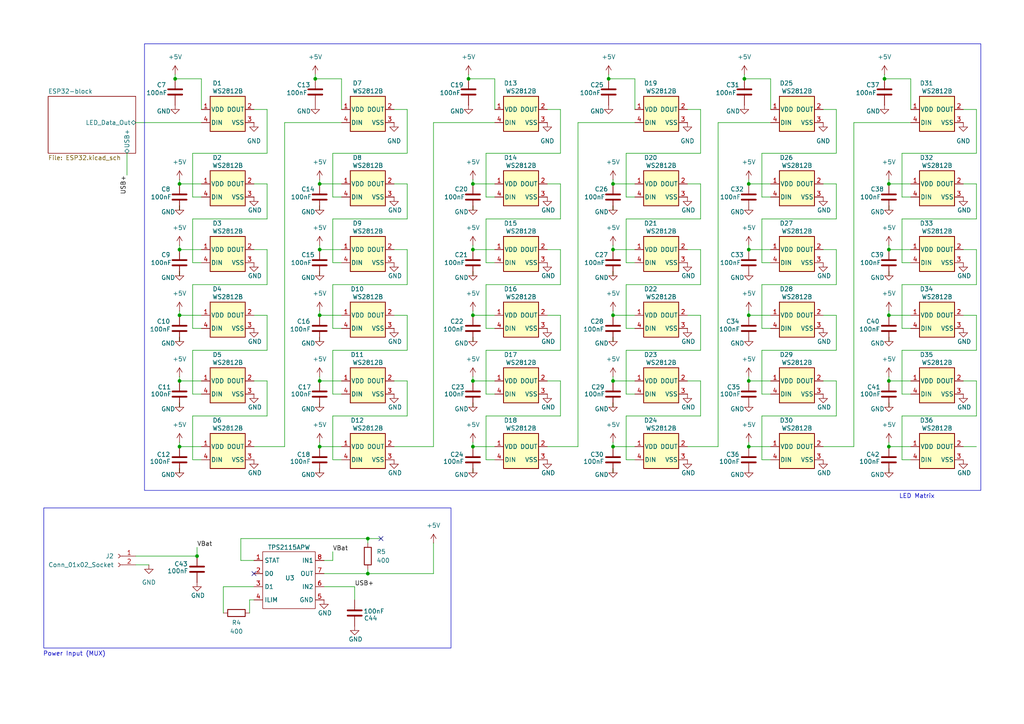
<source format=kicad_sch>
(kicad_sch (version 20231120) (generator "eeschema") (generator_version "8.0")
  (paper "A4")
  (junction (at 106.68 156.21))
  (junction (at 257.81 91.44))
  (junction (at 177.8 72.39))
  (junction (at 177.8 53.34))
  (junction (at 257.81 129.54))
  (junction (at 217.17 53.34))
  (junction (at 257.81 110.49))
  (junction (at 92.71 53.34))
  (junction (at 92.71 72.39))
  (junction (at 137.16 129.54))
  (junction (at 217.17 72.39))
  (junction (at 52.07 129.54))
  (junction (at 217.17 91.44))
  (junction (at 256.54 22.86))
  (junction (at 177.8 91.44))
  (junction (at 176.53 22.86))
  (junction (at 92.71 110.49))
  (junction (at 217.17 110.49))
  (junction (at 52.07 53.34))
  (junction (at 91.44 22.86))
  (junction (at 50.8 22.86))
  (junction (at 52.07 110.49))
  (junction (at 177.8 110.49))
  (junction (at 177.8 129.54))
  (junction (at 215.9 22.86))
  (junction (at 257.81 72.39))
  (junction (at 137.16 91.44))
  (junction (at 137.16 53.34))
  (junction (at 52.07 72.39))
  (junction (at 135.89 22.86))
  (junction (at 92.71 91.44))
  (junction (at 137.16 72.39))
  (junction (at 137.16 110.49))
  (junction (at 106.68 166.37))
  (junction (at 52.07 91.44))
  (junction (at 92.71 129.54))
  (junction (at 217.17 129.54))
  (junction (at 57.15 161.29))
  (junction (at 257.81 53.34))
  (no_connect (at 110.49 156.21))
  (no_connect (at 73.66 166.37))
  (wire (pts (xy 137.16 129.54) (xy 143.51 129.54)))
  (wire (pts (xy 217.17 72.39) (xy 223.52 72.39)))
  (wire (pts (xy 140.97 133.35) (xy 143.51 133.35)))
  (wire (pts (xy 96.52 95.25) (xy 99.06 95.25)))
  (wire (pts (xy 137.16 52.07) (xy 137.16 53.34)))
  (wire (pts (xy 96.52 120.65) (xy 96.52 133.35)))
  (wire (pts (xy 96.52 133.35) (xy 99.06 133.35)))
  (wire (pts (xy 96.52 114.3) (xy 99.06 114.3)))
  (wire (pts (xy 114.3 31.75) (xy 118.11 31.75)))
  (wire (pts (xy 238.76 91.44) (xy 242.57 91.44)))
  (wire (pts (xy 140.97 114.3) (xy 143.51 114.3)))
  (wire (pts (xy 140.97 44.45) (xy 140.97 57.15)))
  (wire (pts (xy 137.16 59.69) (xy 137.16 60.96)))
  (wire (pts (xy 181.61 44.45) (xy 203.2 44.45)))
  (wire (pts (xy 279.4 91.44) (xy 283.21 91.44)))
  (wire (pts (xy 283.21 72.39) (xy 283.21 82.55)))
  (wire (pts (xy 162.56 53.34) (xy 162.56 63.5)))
  (wire (pts (xy 247.65 35.56) (xy 264.16 35.56)))
  (wire (pts (xy 220.98 44.45) (xy 220.98 57.15)))
  (wire (pts (xy 158.75 72.39) (xy 162.56 72.39)))
  (wire (pts (xy 257.81 53.34) (xy 264.16 53.34)))
  (wire (pts (xy 181.61 57.15) (xy 184.15 57.15)))
  (wire (pts (xy 283.21 110.49) (xy 283.21 120.65)))
  (wire (pts (xy 220.98 44.45) (xy 242.57 44.45)))
  (wire (pts (xy 69.85 162.56) (xy 73.66 162.56)))
  (wire (pts (xy 140.97 63.5) (xy 140.97 76.2)))
  (wire (pts (xy 55.88 82.55) (xy 77.47 82.55)))
  (wire (pts (xy 217.17 109.22) (xy 217.17 110.49)))
  (wire (pts (xy 257.81 110.49) (xy 264.16 110.49)))
  (wire (pts (xy 208.28 35.56) (xy 208.28 129.54)))
  (wire (pts (xy 36.83 44.45) (xy 36.83 50.8)))
  (wire (pts (xy 55.88 63.5) (xy 55.88 76.2)))
  (wire (pts (xy 96.52 101.6) (xy 96.52 114.3)))
  (wire (pts (xy 91.44 22.86) (xy 99.06 22.86)))
  (wire (pts (xy 52.07 72.39) (xy 58.42 72.39)))
  (wire (pts (xy 92.71 109.22) (xy 92.71 110.49)))
  (wire (pts (xy 137.16 109.22) (xy 137.16 110.49)))
  (wire (pts (xy 52.07 110.49) (xy 58.42 110.49)))
  (wire (pts (xy 96.52 44.45) (xy 118.11 44.45)))
  (wire (pts (xy 106.68 166.37) (xy 125.73 166.37)))
  (wire (pts (xy 96.52 57.15) (xy 99.06 57.15)))
  (wire (pts (xy 162.56 72.39) (xy 162.56 82.55)))
  (wire (pts (xy 96.52 76.2) (xy 99.06 76.2)))
  (wire (pts (xy 82.55 35.56) (xy 82.55 129.54)))
  (wire (pts (xy 220.98 114.3) (xy 223.52 114.3)))
  (wire (pts (xy 77.47 53.34) (xy 77.47 63.5)))
  (wire (pts (xy 55.88 101.6) (xy 55.88 114.3)))
  (wire (pts (xy 92.71 110.49) (xy 99.06 110.49)))
  (wire (pts (xy 181.61 120.65) (xy 181.61 133.35)))
  (wire (pts (xy 137.16 72.39) (xy 143.51 72.39)))
  (wire (pts (xy 93.98 166.37) (xy 106.68 166.37)))
  (wire (pts (xy 158.75 91.44) (xy 162.56 91.44)))
  (wire (pts (xy 50.8 21.59) (xy 50.8 22.86)))
  (wire (pts (xy 181.61 133.35) (xy 184.15 133.35)))
  (wire (pts (xy 82.55 35.56) (xy 99.06 35.56)))
  (wire (pts (xy 114.3 110.49) (xy 118.11 110.49)))
  (wire (pts (xy 223.52 22.86) (xy 223.52 31.75)))
  (wire (pts (xy 177.8 78.74) (xy 177.8 80.01)))
  (wire (pts (xy 283.21 53.34) (xy 283.21 63.5)))
  (wire (pts (xy 52.07 91.44) (xy 58.42 91.44)))
  (wire (pts (xy 203.2 110.49) (xy 203.2 120.65)))
  (wire (pts (xy 137.16 90.17) (xy 137.16 91.44)))
  (wire (pts (xy 220.98 133.35) (xy 223.52 133.35)))
  (wire (pts (xy 140.97 44.45) (xy 162.56 44.45)))
  (wire (pts (xy 220.98 63.5) (xy 242.57 63.5)))
  (wire (pts (xy 261.62 82.55) (xy 261.62 95.25)))
  (wire (pts (xy 261.62 57.15) (xy 264.16 57.15)))
  (wire (pts (xy 52.07 52.07) (xy 52.07 53.34)))
  (wire (pts (xy 140.97 82.55) (xy 140.97 95.25)))
  (wire (pts (xy 92.71 59.69) (xy 92.71 60.96)))
  (wire (pts (xy 55.88 63.5) (xy 77.47 63.5)))
  (wire (pts (xy 199.39 129.54) (xy 208.28 129.54)))
  (wire (pts (xy 137.16 91.44) (xy 143.51 91.44)))
  (wire (pts (xy 114.3 53.34) (xy 118.11 53.34)))
  (wire (pts (xy 167.64 35.56) (xy 184.15 35.56)))
  (wire (pts (xy 55.88 101.6) (xy 77.47 101.6)))
  (wire (pts (xy 50.8 22.86) (xy 58.42 22.86)))
  (wire (pts (xy 137.16 53.34) (xy 143.51 53.34)))
  (wire (pts (xy 92.71 128.27) (xy 92.71 129.54)))
  (wire (pts (xy 52.07 71.12) (xy 52.07 72.39)))
  (wire (pts (xy 261.62 76.2) (xy 264.16 76.2)))
  (wire (pts (xy 181.61 101.6) (xy 203.2 101.6)))
  (wire (pts (xy 96.52 82.55) (xy 96.52 95.25)))
  (wire (pts (xy 125.73 35.56) (xy 125.73 129.54)))
  (wire (pts (xy 52.07 116.84) (xy 52.07 118.11)))
  (wire (pts (xy 69.85 156.21) (xy 69.85 162.56)))
  (wire (pts (xy 125.73 157.48) (xy 125.73 166.37)))
  (wire (pts (xy 73.66 72.39) (xy 77.47 72.39)))
  (wire (pts (xy 137.16 135.89) (xy 137.16 137.16)))
  (wire (pts (xy 261.62 44.45) (xy 261.62 57.15)))
  (wire (pts (xy 158.75 31.75) (xy 162.56 31.75)))
  (wire (pts (xy 52.07 129.54) (xy 58.42 129.54)))
  (wire (pts (xy 199.39 110.49) (xy 203.2 110.49)))
  (wire (pts (xy 52.07 78.74) (xy 52.07 80.01)))
  (wire (pts (xy 238.76 129.54) (xy 247.65 129.54)))
  (wire (pts (xy 162.56 31.75) (xy 162.56 44.45)))
  (wire (pts (xy 118.11 72.39) (xy 118.11 82.55)))
  (wire (pts (xy 217.17 53.34) (xy 223.52 53.34)))
  (wire (pts (xy 217.17 116.84) (xy 217.17 118.11)))
  (wire (pts (xy 261.62 63.5) (xy 283.21 63.5)))
  (wire (pts (xy 220.98 63.5) (xy 220.98 76.2)))
  (wire (pts (xy 99.06 22.86) (xy 99.06 31.75)))
  (wire (pts (xy 55.88 95.25) (xy 58.42 95.25)))
  (wire (pts (xy 106.68 156.21) (xy 106.68 157.48)))
  (wire (pts (xy 215.9 21.59) (xy 215.9 22.86)))
  (wire (pts (xy 77.47 91.44) (xy 77.47 101.6)))
  (wire (pts (xy 217.17 128.27) (xy 217.17 129.54)))
  (wire (pts (xy 199.39 31.75) (xy 203.2 31.75)))
  (wire (pts (xy 257.81 129.54) (xy 264.16 129.54)))
  (wire (pts (xy 137.16 78.74) (xy 137.16 80.01)))
  (wire (pts (xy 208.28 35.56) (xy 223.52 35.56)))
  (wire (pts (xy 137.16 110.49) (xy 143.51 110.49)))
  (wire (pts (xy 217.17 52.07) (xy 217.17 53.34)))
  (wire (pts (xy 114.3 72.39) (xy 118.11 72.39)))
  (wire (pts (xy 177.8 128.27) (xy 177.8 129.54)))
  (wire (pts (xy 177.8 110.49) (xy 184.15 110.49)))
  (wire (pts (xy 69.85 156.21) (xy 106.68 156.21)))
  (wire (pts (xy 96.52 160.02) (xy 96.52 162.56)))
  (wire (pts (xy 72.39 173.99) (xy 72.39 177.8)))
  (wire (pts (xy 52.07 90.17) (xy 52.07 91.44)))
  (wire (pts (xy 91.44 21.59) (xy 91.44 22.86)))
  (wire (pts (xy 238.76 110.49) (xy 242.57 110.49)))
  (wire (pts (xy 177.8 135.89) (xy 177.8 137.16)))
  (wire (pts (xy 96.52 63.5) (xy 96.52 76.2)))
  (wire (pts (xy 55.88 133.35) (xy 58.42 133.35)))
  (wire (pts (xy 238.76 53.34) (xy 242.57 53.34)))
  (wire (pts (xy 143.51 22.86) (xy 143.51 31.75)))
  (wire (pts (xy 257.81 59.69) (xy 257.81 60.96)))
  (wire (pts (xy 140.97 120.65) (xy 140.97 133.35)))
  (wire (pts (xy 177.8 53.34) (xy 184.15 53.34)))
  (wire (pts (xy 92.71 71.12) (xy 92.71 72.39)))
  (wire (pts (xy 176.53 21.59) (xy 176.53 22.86)))
  (wire (pts (xy 257.81 91.44) (xy 264.16 91.44)))
  (wire (pts (xy 177.8 129.54) (xy 184.15 129.54)))
  (wire (pts (xy 92.71 53.34) (xy 99.06 53.34)))
  (wire (pts (xy 73.66 129.54) (xy 82.55 129.54)))
  (wire (pts (xy 257.81 109.22) (xy 257.81 110.49)))
  (wire (pts (xy 77.47 31.75) (xy 77.47 44.45)))
  (wire (pts (xy 140.97 63.5) (xy 162.56 63.5)))
  (wire (pts (xy 92.71 135.89) (xy 92.71 137.16)))
  (wire (pts (xy 52.07 97.79) (xy 52.07 99.06)))
  (wire (pts (xy 261.62 95.25) (xy 264.16 95.25)))
  (wire (pts (xy 256.54 21.59) (xy 256.54 22.86)))
  (wire (pts (xy 217.17 110.49) (xy 223.52 110.49)))
  (wire (pts (xy 257.81 72.39) (xy 264.16 72.39)))
  (wire (pts (xy 217.17 129.54) (xy 223.52 129.54)))
  (wire (pts (xy 77.47 110.49) (xy 77.47 120.65)))
  (wire (pts (xy 73.66 31.75) (xy 77.47 31.75)))
  (wire (pts (xy 177.8 52.07) (xy 177.8 53.34)))
  (wire (pts (xy 52.07 53.34) (xy 58.42 53.34)))
  (wire (pts (xy 137.16 128.27) (xy 137.16 129.54)))
  (wire (pts (xy 52.07 135.89) (xy 52.07 137.16)))
  (wire (pts (xy 177.8 97.79) (xy 177.8 99.06)))
  (wire (pts (xy 220.98 101.6) (xy 220.98 114.3)))
  (wire (pts (xy 106.68 165.1) (xy 106.68 166.37)))
  (wire (pts (xy 58.42 22.86) (xy 58.42 31.75)))
  (wire (pts (xy 220.98 120.65) (xy 220.98 133.35)))
  (wire (pts (xy 181.61 63.5) (xy 203.2 63.5)))
  (wire (pts (xy 217.17 90.17) (xy 217.17 91.44)))
  (wire (pts (xy 177.8 59.69) (xy 177.8 60.96)))
  (wire (pts (xy 279.4 53.34) (xy 283.21 53.34)))
  (wire (pts (xy 39.37 35.56) (xy 58.42 35.56)))
  (wire (pts (xy 96.52 162.56) (xy 93.98 162.56)))
  (wire (pts (xy 118.11 53.34) (xy 118.11 63.5)))
  (wire (pts (xy 220.98 57.15) (xy 223.52 57.15)))
  (wire (pts (xy 106.68 156.21) (xy 110.49 156.21)))
  (wire (pts (xy 217.17 78.74) (xy 217.17 80.01)))
  (wire (pts (xy 257.81 97.79) (xy 257.81 99.06)))
  (wire (pts (xy 257.81 71.12) (xy 257.81 72.39)))
  (wire (pts (xy 181.61 63.5) (xy 181.61 76.2)))
  (wire (pts (xy 72.39 173.99) (xy 73.66 173.99)))
  (wire (pts (xy 279.4 31.75) (xy 283.21 31.75)))
  (wire (pts (xy 261.62 101.6) (xy 283.21 101.6)))
  (wire (pts (xy 257.81 78.74) (xy 257.81 80.01)))
  (wire (pts (xy 92.71 129.54) (xy 99.06 129.54)))
  (wire (pts (xy 217.17 59.69) (xy 217.17 60.96)))
  (wire (pts (xy 257.81 116.84) (xy 257.81 118.11)))
  (wire (pts (xy 137.16 116.84) (xy 137.16 118.11)))
  (wire (pts (xy 140.97 82.55) (xy 162.56 82.55)))
  (wire (pts (xy 261.62 63.5) (xy 261.62 76.2)))
  (wire (pts (xy 158.75 129.54) (xy 167.64 129.54)))
  (wire (pts (xy 220.98 76.2) (xy 223.52 76.2)))
  (wire (pts (xy 264.16 22.86) (xy 264.16 31.75)))
  (wire (pts (xy 181.61 120.65) (xy 203.2 120.65)))
  (wire (pts (xy 177.8 116.84) (xy 177.8 118.11)))
  (wire (pts (xy 220.98 120.65) (xy 242.57 120.65)))
  (wire (pts (xy 137.16 97.79) (xy 137.16 99.06)))
  (wire (pts (xy 242.57 31.75) (xy 242.57 44.45)))
  (wire (pts (xy 118.11 31.75) (xy 118.11 44.45)))
  (wire (pts (xy 140.97 95.25) (xy 143.51 95.25)))
  (wire (pts (xy 279.4 72.39) (xy 283.21 72.39)))
  (wire (pts (xy 199.39 91.44) (xy 203.2 91.44)))
  (wire (pts (xy 55.88 76.2) (xy 58.42 76.2)))
  (wire (pts (xy 92.71 97.79) (xy 92.71 99.06)))
  (wire (pts (xy 167.64 35.56) (xy 167.64 129.54)))
  (wire (pts (xy 220.98 82.55) (xy 242.57 82.55)))
  (wire (pts (xy 242.57 91.44) (xy 242.57 101.6)))
  (wire (pts (xy 203.2 91.44) (xy 203.2 101.6)))
  (wire (pts (xy 52.07 128.27) (xy 52.07 129.54)))
  (wire (pts (xy 181.61 44.45) (xy 181.61 57.15)))
  (wire (pts (xy 257.81 135.89) (xy 257.81 137.16)))
  (wire (pts (xy 73.66 91.44) (xy 77.47 91.44)))
  (wire (pts (xy 257.81 90.17) (xy 257.81 91.44)))
  (wire (pts (xy 247.65 35.56) (xy 247.65 129.54)))
  (wire (pts (xy 96.52 101.6) (xy 118.11 101.6)))
  (wire (pts (xy 256.54 22.86) (xy 264.16 22.86)))
  (wire (pts (xy 140.97 101.6) (xy 140.97 114.3)))
  (wire (pts (xy 55.88 120.65) (xy 77.47 120.65)))
  (wire (pts (xy 261.62 120.65) (xy 261.62 133.35)))
  (wire (pts (xy 52.07 59.69) (xy 52.07 60.96)))
  (wire (pts (xy 181.61 114.3) (xy 184.15 114.3)))
  (wire (pts (xy 135.89 21.59) (xy 135.89 22.86)))
  (wire (pts (xy 73.66 53.34) (xy 77.47 53.34)))
  (wire (pts (xy 217.17 71.12) (xy 217.17 72.39)))
  (wire (pts (xy 55.88 114.3) (xy 58.42 114.3)))
  (wire (pts (xy 181.61 101.6) (xy 181.61 114.3)))
  (wire (pts (xy 217.17 97.79) (xy 217.17 99.06)))
  (wire (pts (xy 181.61 76.2) (xy 184.15 76.2)))
  (wire (pts (xy 203.2 31.75) (xy 203.2 44.45)))
  (wire (pts (xy 64.77 170.18) (xy 64.77 177.8)))
  (wire (pts (xy 199.39 53.34) (xy 203.2 53.34)))
  (wire (pts (xy 96.52 120.65) (xy 118.11 120.65)))
  (wire (pts (xy 140.97 101.6) (xy 162.56 101.6)))
  (wire (pts (xy 181.61 82.55) (xy 181.61 95.25)))
  (wire (pts (xy 137.16 71.12) (xy 137.16 72.39)))
  (wire (pts (xy 140.97 120.65) (xy 162.56 120.65)))
  (wire (pts (xy 125.73 35.56) (xy 143.51 35.56)))
  (wire (pts (xy 92.71 91.44) (xy 99.06 91.44)))
  (wire (pts (xy 64.77 170.18) (xy 73.66 170.18)))
  (wire (pts (xy 162.56 91.44) (xy 162.56 101.6)))
  (wire (pts (xy 96.52 63.5) (xy 118.11 63.5)))
  (wire (pts (xy 279.4 129.54) (xy 283.21 129.54)))
  (wire (pts (xy 55.88 44.45) (xy 77.47 44.45)))
  (wire (pts (xy 199.39 72.39) (xy 203.2 72.39)))
  (wire (pts (xy 55.88 57.15) (xy 58.42 57.15)))
  (wire (pts (xy 140.97 57.15) (xy 143.51 57.15)))
  (wire (pts (xy 238.76 31.75) (xy 242.57 31.75)))
  (wire (pts (xy 261.62 120.65) (xy 283.21 120.65)))
  (wire (pts (xy 92.71 52.07) (xy 92.71 53.34)))
  (wire (pts (xy 184.15 22.86) (xy 184.15 31.75)))
  (wire (pts (xy 215.9 22.86) (xy 223.52 22.86)))
  (wire (pts (xy 158.75 53.34) (xy 162.56 53.34)))
  (wire (pts (xy 118.11 110.49) (xy 118.11 120.65)))
  (wire (pts (xy 135.89 22.86) (xy 143.51 22.86)))
  (wire (pts (xy 242.57 53.34) (xy 242.57 63.5)))
  (wire (pts (xy 261.62 101.6) (xy 261.62 114.3)))
  (wire (pts (xy 162.56 110.49) (xy 162.56 120.65)))
  (wire (pts (xy 257.81 52.07) (xy 257.81 53.34)))
  (wire (pts (xy 96.52 44.45) (xy 96.52 57.15)))
  (wire (pts (xy 96.52 82.55) (xy 118.11 82.55)))
  (wire (pts (xy 177.8 72.39) (xy 184.15 72.39)))
  (wire (pts (xy 279.4 110.49) (xy 283.21 110.49)))
  (wire (pts (xy 39.37 161.29) (xy 57.15 161.29)))
  (wire (pts (xy 177.8 91.44) (xy 184.15 91.44)))
  (wire (pts (xy 176.53 22.86) (xy 184.15 22.86)))
  (wire (pts (xy 114.3 91.44) (xy 118.11 91.44)))
  (wire (pts (xy 92.71 90.17) (xy 92.71 91.44)))
  (wire (pts (xy 261.62 44.45) (xy 283.21 44.45)))
  (wire (pts (xy 92.71 116.84) (xy 92.71 118.11)))
  (wire (pts (xy 217.17 91.44) (xy 223.52 91.44)))
  (wire (pts (xy 118.11 91.44) (xy 118.11 101.6)))
  (wire (pts (xy 92.71 78.74) (xy 92.71 80.01)))
  (wire (pts (xy 73.66 110.49) (xy 77.47 110.49)))
  (wire (pts (xy 181.61 95.25) (xy 184.15 95.25)))
  (wire (pts (xy 283.21 31.75) (xy 283.21 44.45)))
  (wire (pts (xy 220.98 101.6) (xy 242.57 101.6)))
  (wire (pts (xy 283.21 91.44) (xy 283.21 101.6)))
  (wire (pts (xy 238.76 72.39) (xy 242.57 72.39)))
  (wire (pts (xy 220.98 82.55) (xy 220.98 95.25)))
  (wire (pts (xy 177.8 71.12) (xy 177.8 72.39)))
  (wire (pts (xy 177.8 90.17) (xy 177.8 91.44)))
  (wire (pts (xy 261.62 133.35) (xy 264.16 133.35)))
  (wire (pts (xy 261.62 114.3) (xy 264.16 114.3)))
  (wire (pts (xy 242.57 72.39) (xy 242.57 82.55)))
  (wire (pts (xy 203.2 53.34) (xy 203.2 63.5)))
  (wire (pts (xy 261.62 82.55) (xy 283.21 82.55)))
  (wire (pts (xy 242.57 110.49) (xy 242.57 120.65)))
  (wire (pts (xy 92.71 72.39) (xy 99.06 72.39)))
  (wire (pts (xy 43.18 163.83) (xy 39.37 163.83)))
  (wire (pts (xy 140.97 76.2) (xy 143.51 76.2)))
  (wire (pts (xy 52.07 109.22) (xy 52.07 110.49)))
  (wire (pts (xy 55.88 44.45) (xy 55.88 57.15)))
  (wire (pts (xy 220.98 95.25) (xy 223.52 95.25)))
  (wire (pts (xy 114.3 129.54) (xy 125.73 129.54)))
  (wire (pts (xy 257.81 128.27) (xy 257.81 129.54)))
  (wire (pts (xy 181.61 82.55) (xy 203.2 82.55)))
  (wire (pts (xy 158.75 110.49) (xy 162.56 110.49)))
  (wire (pts (xy 93.98 170.18) (xy 102.87 170.18)))
  (wire (pts (xy 57.15 158.75) (xy 57.15 161.29)))
  (wire (pts (xy 102.87 170.18) (xy 102.87 173.99)))
  (wire (pts (xy 217.17 135.89) (xy 217.17 137.16)))
  (wire (pts (xy 203.2 72.39) (xy 203.2 82.55)))
  (wire (pts (xy 55.88 82.55) (xy 55.88 95.25)))
  (wire (pts (xy 77.47 72.39) (xy 77.47 82.55)))
  (wire (pts (xy 55.88 120.65) (xy 55.88 133.35)))
  (wire (pts (xy 177.8 109.22) (xy 177.8 110.49)))
  (rectangle (start 12.7 147.32) (end 130.81 187.96))
  (rectangle (start 41.91 12.7) (end 284.48 142.24))
  (text "LED Matrix\n" (at 265.938 144.018 0) (effects (font (size 1.27 1.27))))
  (text "Power Input (MUX)\n" (at 21.59 189.738 0) (effects (font (size 1.27 1.27))))
  (label "VBat" (at 96.52 160.02 0))
  (label "USB+" (at 102.87 170.18 0))
  (label "USB+" (at 36.83 50.8 270))
  (label "VBat" (at 57.15 158.75 0))
  (symbol (lib_id "power:GND") (at 177.8 116.84 0) (unit 1)
    (property "Reference" "#PWR076" (effects (hide yes)))
    (property "Value" "GND" (at 174.498 118.618 0))
    (property "Description" "Power symbol creates a global label with name \"GND\" , ground" (effects (hide yes)))
  )
  (symbol (lib_id "power:+5V") (at 177.8 52.07 0) (unit 1)
    (property "Reference" "#PWR069" (effects (hide yes)))
    (property "Value" "+5V" (at 177.8 46.99 0))
    (property "Description" "Power symbol creates a global label with name \"+5V\"" (effects (hide yes)))
  )
  (symbol (lib_id "power:GND") (at 257.81 97.79 0) (unit 1)
    (property "Reference" "#PWR0110" (effects (hide yes)))
    (property "Value" "GND" (at 254.508 99.568 0))
    (property "Description" "Power symbol creates a global label with name \"GND\" , ground" (effects (hide yes)))
  )
  (symbol (lib_id "Device:C") (at 91.44 26.67 0) (unit 1)
    (property "Reference" "C13" (at 86.106 24.638 0) (effects (justify left)))
    (property "Value" "100nF" (at 83.058 26.924 0) (effects (justify left)))
    (property "Footprint" "Capacitor_SMD:C_0603_1608Metric" (effects (hide yes)))
    (property "Description" "Unpolarized capacitor" (effects (hide yes)))
  )
  (symbol (lib_id "Device:C") (at 257.81 57.15 0) (unit 1)
    (property "Reference" "C38" (at 252.476 54.864 0) (effects (justify left)))
    (property "Value" "100nF" (at 249.428 57.15 0) (effects (justify left)))
    (property "Footprint" "Capacitor_SMD:C_0603_1608Metric" (effects (hide yes)))
    (property "Description" "Unpolarized capacitor" (effects (hide yes)))
  )
  (symbol (lib_id "power:GND") (at 158.75 57.15 0) (unit 1)
    (property "Reference" "#PWR062" (effects (hide yes)))
    (property "Value" "GND" (at 159.004 60.96 0))
    (property "Description" "Power symbol creates a global label with name \"GND\" , ground" (effects (hide yes)))
  )
  (symbol (lib_id "Device:C") (at 137.16 57.15 0) (unit 1)
    (property "Reference" "C20" (at 131.826 54.864 0) (effects (justify left)))
    (property "Value" "100nF" (at 128.778 57.15 0) (effects (justify left)))
    (property "Footprint" "Capacitor_SMD:C_0603_1608Metric" (effects (hide yes)))
    (property "Description" "Unpolarized capacitor" (effects (hide yes)))
  )
  (symbol (lib_id "power:GND") (at 158.75 114.3 0) (unit 1)
    (property "Reference" "#PWR065" (effects (hide yes)))
    (property "Value" "GND" (at 159.004 118.11 0))
    (property "Description" "Power symbol creates a global label with name \"GND\" , ground" (effects (hide yes)))
  )
  (symbol (lib_id "power:+5V") (at 256.54 21.59 0) (unit 1)
    (property "Reference" "#PWR0103" (effects (hide yes)))
    (property "Value" "+5V" (at 256.54 16.51 0))
    (property "Description" "Power symbol creates a global label with name \"+5V\"" (effects (hide yes)))
  )
  (symbol (lib_id "Device:C") (at 57.15 165.1 0) (unit 1)
    (property "Reference" "C43" (at 50.546 163.576 0) (effects (justify left)))
    (property "Value" "100nF" (at 48.514 165.608 0) (effects (justify left)))
    (property "Footprint" "Capacitor_SMD:C_0603_1608Metric" (effects (hide yes)))
    (property "Description" "Unpolarized capacitor" (effects (hide yes)))
  )
  (symbol (lib_id "LED:WS2812B") (at 66.04 54.61 0) (unit 1)
    (property "Reference" "D2" (at 62.992 45.72 0))
    (property "Value" "WS2812B" (at 66.04 48.006 0))
    (property "Footprint" "LED_SMD:LED_WS2812B_PLCC4_5.0x5.0mm_P3.2mm" (effects (hide yes)))
    (property "Datasheet" "https://cdn-shop.adafruit.com/datasheets/WS2812B.pdf" (effects (hide yes)))
    (property "Description" "RGB LED with integrated controller" (effects (hide yes)))
  )
  (symbol (lib_id "power:+5V") (at 257.81 90.17 0) (unit 1)
    (property "Reference" "#PWR0109" (effects (hide yes)))
    (property "Value" "+5V" (at 257.81 85.09 0))
    (property "Description" "Power symbol creates a global label with name \"+5V\"" (effects (hide yes)))
  )
  (symbol (lib_id "power:GND") (at 177.8 78.74 0) (unit 1)
    (property "Reference" "#PWR072" (effects (hide yes)))
    (property "Value" "GND" (at 174.498 80.518 0))
    (property "Description" "Power symbol creates a global label with name \"GND\" , ground" (effects (hide yes)))
  )
  (symbol (lib_id "power:GND") (at 114.3 35.56 0) (unit 1)
    (property "Reference" "#PWR043" (effects (hide yes)))
    (property "Value" "GND" (at 114.3 40.894 0))
    (property "Description" "Power symbol creates a global label with name \"GND\" , ground" (effects (hide yes)))
  )
  (symbol (lib_id "power:+5V") (at 177.8 109.22 0) (unit 1)
    (property "Reference" "#PWR075" (effects (hide yes)))
    (property "Value" "+5V" (at 177.8 104.14 0))
    (property "Description" "Power symbol creates a global label with name \"+5V\"" (effects (hide yes)))
  )
  (symbol (lib_id "power:+5V") (at 217.17 109.22 0) (unit 1)
    (property "Reference" "#PWR093" (effects (hide yes)))
    (property "Value" "+5V" (at 217.17 104.14 0))
    (property "Description" "Power symbol creates a global label with name \"+5V\"" (effects (hide yes)))
  )
  (symbol (lib_id "LED:WS2812B") (at 191.77 92.71 0) (unit 1)
    (property "Reference" "D22" (at 188.722 83.82 0))
    (property "Value" "WS2812B" (at 191.77 86.106 0))
    (property "Footprint" "LED_SMD:LED_WS2812B_PLCC4_5.0x5.0mm_P3.2mm" (effects (hide yes)))
    (property "Datasheet" "https://cdn-shop.adafruit.com/datasheets/WS2812B.pdf" (effects (hide yes)))
    (property "Description" "RGB LED with integrated controller" (effects (hide yes)))
  )
  (symbol (lib_id "power:+5V") (at 92.71 109.22 0) (unit 1)
    (property "Reference" "#PWR039" (effects (hide yes)))
    (property "Value" "+5V" (at 92.71 104.14 0))
    (property "Description" "Power symbol creates a global label with name \"+5V\"" (effects (hide yes)))
  )
  (symbol (lib_id "power:+5V") (at 50.8 21.59 0) (unit 1)
    (property "Reference" "#PWR013" (effects (hide yes)))
    (property "Value" "+5V" (at 50.8 16.51 0))
    (property "Description" "Power symbol creates a global label with name \"+5V\"" (effects (hide yes)))
  )
  (symbol (lib_id "power:GND") (at 238.76 35.56 0) (unit 1)
    (property "Reference" "#PWR097" (effects (hide yes)))
    (property "Value" "GND" (at 238.76 40.894 0))
    (property "Description" "Power symbol creates a global label with name \"GND\" , ground" (effects (hide yes)))
  )
  (symbol (lib_id "Device:C") (at 137.16 114.3 0) (unit 1)
    (property "Reference" "C23" (at 130.81 112.268 0) (effects (justify left)))
    (property "Value" "100nF" (at 128.778 114.3 0) (effects (justify left)))
    (property "Footprint" "Capacitor_SMD:C_0603_1608Metric" (effects (hide yes)))
    (property "Description" "Unpolarized capacitor" (effects (hide yes)))
  )
  (symbol (lib_id "power:GND") (at 279.4 133.35 0) (unit 1)
    (property "Reference" "#PWR0120" (effects (hide yes)))
    (property "Value" "GND" (at 279.654 137.16 0))
    (property "Description" "Power symbol creates a global label with name \"GND\" , ground" (effects (hide yes)))
  )
  (symbol (lib_id "Device:C") (at 176.53 26.67 0) (unit 1)
    (property "Reference" "C25" (at 171.196 24.638 0) (effects (justify left)))
    (property "Value" "100nF" (at 168.148 26.924 0) (effects (justify left)))
    (property "Footprint" "Capacitor_SMD:C_0603_1608Metric" (effects (hide yes)))
    (property "Description" "Unpolarized capacitor" (effects (hide yes)))
  )
  (symbol (lib_id "LED:WS2812B") (at 271.78 111.76 0) (unit 1)
    (property "Reference" "D35" (at 268.732 102.87 0))
    (property "Value" "WS2812B" (at 271.78 105.156 0))
    (property "Footprint" "LED_SMD:LED_WS2812B_PLCC4_5.0x5.0mm_P3.2mm" (effects (hide yes)))
    (property "Datasheet" "https://cdn-shop.adafruit.com/datasheets/WS2812B.pdf" (effects (hide yes)))
    (property "Description" "RGB LED with integrated controller" (effects (hide yes)))
  )
  (symbol (lib_id "power:+5V") (at 257.81 52.07 0) (unit 1)
    (property "Reference" "#PWR0105" (effects (hide yes)))
    (property "Value" "+5V" (at 257.81 46.99 0))
    (property "Description" "Power symbol creates a global label with name \"+5V\"" (effects (hide yes)))
  )
  (symbol (lib_id "power:GND") (at 238.76 133.35 0) (unit 1)
    (property "Reference" "#PWR0102" (effects (hide yes)))
    (property "Value" "GND" (at 239.014 137.16 0))
    (property "Description" "Power symbol creates a global label with name \"GND\" , ground" (effects (hide yes)))
  )
  (symbol (lib_id "LED:WS2812B") (at 231.14 92.71 0) (unit 1)
    (property "Reference" "D28" (at 228.092 83.82 0))
    (property "Value" "WS2812B" (at 231.14 86.106 0))
    (property "Footprint" "LED_SMD:LED_WS2812B_PLCC4_5.0x5.0mm_P3.2mm" (effects (hide yes)))
    (property "Datasheet" "https://cdn-shop.adafruit.com/datasheets/WS2812B.pdf" (effects (hide yes)))
    (property "Description" "RGB LED with integrated controller" (effects (hide yes)))
  )
  (symbol (lib_id "power:+5V") (at 177.8 128.27 0) (unit 1)
    (property "Reference" "#PWR077" (effects (hide yes)))
    (property "Value" "+5V" (at 177.8 123.19 0))
    (property "Description" "Power symbol creates a global label with name \"+5V\"" (effects (hide yes)))
  )
  (symbol (lib_id "power:GND") (at 52.07 59.69 0) (unit 1)
    (property "Reference" "#PWR022" (effects (hide yes)))
    (property "Value" "GND" (at 48.768 61.468 0))
    (property "Description" "Power symbol creates a global label with name \"GND\" , ground" (effects (hide yes)))
  )
  (symbol (lib_id "power:GND") (at 137.16 97.79 0) (unit 1)
    (property "Reference" "#PWR056" (effects (hide yes)))
    (property "Value" "GND" (at 133.858 99.568 0))
    (property "Description" "Power symbol creates a global label with name \"GND\" , ground" (effects (hide yes)))
  )
  (symbol (lib_id "LED:WS2812B") (at 231.14 130.81 0) (unit 1)
    (property "Reference" "D30" (at 228.092 121.92 0))
    (property "Value" "WS2812B" (at 231.14 124.206 0))
    (property "Footprint" "LED_SMD:LED_WS2812B_PLCC4_5.0x5.0mm_P3.2mm" (effects (hide yes)))
    (property "Datasheet" "https://cdn-shop.adafruit.com/datasheets/WS2812B.pdf" (effects (hide yes)))
    (property "Description" "RGB LED with integrated controller" (effects (hide yes)))
  )
  (symbol (lib_id "power:GND") (at 73.66 114.3 0) (unit 1)
    (property "Reference" "#PWR027" (effects (hide yes)))
    (property "Value" "GND" (at 73.914 118.11 0))
    (property "Description" "Power symbol creates a global label with name \"GND\" , ground" (effects (hide yes)))
  )
  (symbol (lib_id "Device:C") (at 217.17 133.35 0) (unit 1)
    (property "Reference" "C36" (at 210.566 131.826 0) (effects (justify left)))
    (property "Value" "100nF" (at 208.534 133.858 0) (effects (justify left)))
    (property "Footprint" "Capacitor_SMD:C_0603_1608Metric" (effects (hide yes)))
    (property "Description" "Unpolarized capacitor" (effects (hide yes)))
  )
  (symbol (lib_id "power:GND") (at 257.81 116.84 0) (unit 1)
    (property "Reference" "#PWR0112" (effects (hide yes)))
    (property "Value" "GND" (at 254.508 118.618 0))
    (property "Description" "Power symbol creates a global label with name \"GND\" , ground" (effects (hide yes)))
  )
  (symbol (lib_id "power:GND") (at 114.3 57.15 0) (unit 1)
    (property "Reference" "#PWR044" (effects (hide yes)))
    (property "Value" "GND" (at 114.554 60.96 0))
    (property "Description" "Power symbol creates a global label with name \"GND\" , ground" (effects (hide yes)))
  )
  (symbol (lib_id "LED:WS2812B") (at 271.78 54.61 0) (unit 1)
    (property "Reference" "D32" (at 268.732 45.72 0))
    (property "Value" "WS2812B" (at 271.78 48.006 0))
    (property "Footprint" "LED_SMD:LED_WS2812B_PLCC4_5.0x5.0mm_P3.2mm" (effects (hide yes)))
    (property "Datasheet" "https://cdn-shop.adafruit.com/datasheets/WS2812B.pdf" (effects (hide yes)))
    (property "Description" "RGB LED with integrated controller" (effects (hide yes)))
  )
  (symbol (lib_id "power:GND") (at 238.76 76.2 0) (unit 1)
    (property "Reference" "#PWR099" (effects (hide yes)))
    (property "Value" "GND" (at 239.014 80.01 0))
    (property "Description" "Power symbol creates a global label with name \"GND\" , ground" (effects (hide yes)))
  )
  (symbol (lib_id "power:GND") (at 217.17 97.79 0) (unit 1)
    (property "Reference" "#PWR092" (effects (hide yes)))
    (property "Value" "GND" (at 213.868 99.568 0))
    (property "Description" "Power symbol creates a global label with name \"GND\" , ground" (effects (hide yes)))
  )
  (symbol (lib_id "LED:WS2812B") (at 151.13 92.71 0) (unit 1)
    (property "Reference" "D16" (at 148.082 83.82 0))
    (property "Value" "WS2812B" (at 151.13 86.106 0))
    (property "Footprint" "LED_SMD:LED_WS2812B_PLCC4_5.0x5.0mm_P3.2mm" (effects (hide yes)))
    (property "Datasheet" "https://cdn-shop.adafruit.com/datasheets/WS2812B.pdf" (effects (hide yes)))
    (property "Description" "RGB LED with integrated controller" (effects (hide yes)))
  )
  (symbol (lib_id "power:+5V") (at 217.17 52.07 0) (unit 1)
    (property "Reference" "#PWR087" (effects (hide yes)))
    (property "Value" "+5V" (at 217.17 46.99 0))
    (property "Description" "Power symbol creates a global label with name \"+5V\"" (effects (hide yes)))
  )
  (symbol (lib_id "power:GND") (at 93.98 173.99 0) (unit 1)
    (property "Reference" "#PWR0125" (effects (hide yes)))
    (property "Value" "GND" (at 94.234 177.8 0))
    (property "Description" "Power symbol creates a global label with name \"GND\" , ground" (effects (hide yes)))
  )
  (symbol (lib_id "Device:C") (at 217.17 114.3 0) (unit 1)
    (property "Reference" "C35" (at 210.82 112.268 0) (effects (justify left)))
    (property "Value" "100nF" (at 208.788 114.3 0) (effects (justify left)))
    (property "Footprint" "Capacitor_SMD:C_0603_1608Metric" (effects (hide yes)))
    (property "Description" "Unpolarized capacitor" (effects (hide yes)))
  )
  (symbol (lib_id "power:GND") (at 73.66 133.35 0) (unit 1)
    (property "Reference" "#PWR030" (effects (hide yes)))
    (property "Value" "GND" (at 73.914 137.16 0))
    (property "Description" "Power symbol creates a global label with name \"GND\" , ground" (effects (hide yes)))
  )
  (symbol (lib_id "Device:C") (at 52.07 95.25 0) (unit 1)
    (property "Reference" "C10" (at 45.466 93.218 0) (effects (justify left)))
    (property "Value" "100nF" (at 43.434 95.504 0) (effects (justify left)))
    (property "Footprint" "Capacitor_SMD:C_0603_1608Metric" (effects (hide yes)))
    (property "Description" "Unpolarized capacitor" (effects (hide yes)))
  )
  (symbol (lib_id "Device:C") (at 177.8 95.25 0) (unit 1)
    (property "Reference" "C28" (at 171.196 93.218 0) (effects (justify left)))
    (property "Value" "100nF" (at 169.164 95.504 0) (effects (justify left)))
    (property "Footprint" "Capacitor_SMD:C_0603_1608Metric" (effects (hide yes)))
    (property "Description" "Unpolarized capacitor" (effects (hide yes)))
  )
  (symbol (lib_id "Device:C") (at 92.71 57.15 0) (unit 1)
    (property "Reference" "C14" (at 87.376 54.864 0) (effects (justify left)))
    (property "Value" "100nF" (at 84.328 57.15 0) (effects (justify left)))
    (property "Footprint" "Capacitor_SMD:C_0603_1608Metric" (effects (hide yes)))
    (property "Description" "Unpolarized capacitor" (effects (hide yes)))
  )
  (symbol (lib_id "power:GND") (at 52.07 78.74 0) (unit 1)
    (property "Reference" "#PWR018" (effects (hide yes)))
    (property "Value" "GND" (at 48.768 80.518 0))
    (property "Description" "Power symbol creates a global label with name \"GND\" , ground" (effects (hide yes)))
  )
  (symbol (lib_id "power:GND") (at 199.39 114.3 0) (unit 1)
    (property "Reference" "#PWR083" (effects (hide yes)))
    (property "Value" "GND" (at 199.644 118.11 0))
    (property "Description" "Power symbol creates a global label with name \"GND\" , ground" (effects (hide yes)))
  )
  (symbol (lib_id "Parts:TPS2115A") (at 83.82 167.64 0) (unit 1)
    (property "Reference" "U3" (at 84.074 167.64 0))
    (property "Value" "TPS2115APW" (at 83.82 158.75 0))
    (property "Footprint" "Footprints:SON65P300X300X100-9N" (effects (hide yes)))
  )
  (symbol (lib_id "power:GND") (at 114.3 133.35 0) (unit 1)
    (property "Reference" "#PWR048" (effects (hide yes)))
    (property "Value" "GND" (at 114.554 137.16 0))
    (property "Description" "Power symbol creates a global label with name \"GND\" , ground" (effects (hide yes)))
  )
  (symbol (lib_id "LED:WS2812B") (at 66.04 130.81 0) (unit 1)
    (property "Reference" "D6" (at 62.992 121.92 0))
    (property "Value" "WS2812B" (at 66.04 124.206 0))
    (property "Footprint" "LED_SMD:LED_WS2812B_PLCC4_5.0x5.0mm_P3.2mm" (effects (hide yes)))
    (property "Datasheet" "https://cdn-shop.adafruit.com/datasheets/WS2812B.pdf" (effects (hide yes)))
    (property "Description" "RGB LED with integrated controller" (effects (hide yes)))
  )
  (symbol (lib_id "power:GND") (at 137.16 135.89 0) (unit 1)
    (property "Reference" "#PWR060" (effects (hide yes)))
    (property "Value" "GND" (at 133.858 137.668 0))
    (property "Description" "Power symbol creates a global label with name \"GND\" , ground" (effects (hide yes)))
  )
  (symbol (lib_id "Device:C") (at 137.16 133.35 0) (unit 1)
    (property "Reference" "C24" (at 130.556 131.826 0) (effects (justify left)))
    (property "Value" "100nF" (at 128.524 133.858 0) (effects (justify left)))
    (property "Footprint" "Capacitor_SMD:C_0603_1608Metric" (effects (hide yes)))
    (property "Description" "Unpolarized capacitor" (effects (hide yes)))
  )
  (symbol (lib_id "power:GND") (at 92.71 59.69 0) (unit 1)
    (property "Reference" "#PWR034" (effects (hide yes)))
    (property "Value" "GND" (at 89.408 61.468 0))
    (property "Description" "Power symbol creates a global label with name \"GND\" , ground" (effects (hide yes)))
  )
  (symbol (lib_id "Device:C") (at 92.71 114.3 0) (unit 1)
    (property "Reference" "C17" (at 86.36 112.268 0) (effects (justify left)))
    (property "Value" "100nF" (at 84.328 114.3 0) (effects (justify left)))
    (property "Footprint" "Capacitor_SMD:C_0603_1608Metric" (effects (hide yes)))
    (property "Description" "Unpolarized capacitor" (effects (hide yes)))
  )
  (symbol (lib_id "power:GND") (at 217.17 135.89 0) (unit 1)
    (property "Reference" "#PWR096" (effects (hide yes)))
    (property "Value" "GND" (at 213.868 137.668 0))
    (property "Description" "Power symbol creates a global label with name \"GND\" , ground" (effects (hide yes)))
  )
  (symbol (lib_id "Device:C") (at 52.07 133.35 0) (unit 1)
    (property "Reference" "C12" (at 45.466 131.826 0) (effects (justify left)))
    (property "Value" "100nF" (at 43.434 133.858 0) (effects (justify left)))
    (property "Footprint" "Capacitor_SMD:C_0603_1608Metric" (effects (hide yes)))
    (property "Description" "Unpolarized capacitor" (effects (hide yes)))
  )
  (symbol (lib_id "LED:WS2812B") (at 271.78 33.02 0) (unit 1)
    (property "Reference" "D31" (at 268.732 24.13 0))
    (property "Value" "WS2812B" (at 271.78 26.416 0))
    (property "Footprint" "LED_SMD:LED_WS2812B_PLCC4_5.0x5.0mm_P3.2mm" (effects (hide yes)))
    (property "Datasheet" "https://cdn-shop.adafruit.com/datasheets/WS2812B.pdf" (effects (hide yes)))
    (property "Description" "RGB LED with integrated controller" (effects (hide yes)))
  )
  (symbol (lib_id "power:GND") (at 217.17 116.84 0) (unit 1)
    (property "Reference" "#PWR094" (effects (hide yes)))
    (property "Value" "GND" (at 213.868 118.618 0))
    (property "Description" "Power symbol creates a global label with name \"GND\" , ground" (effects (hide yes)))
  )
  (symbol (lib_id "Device:C") (at 177.8 114.3 0) (unit 1)
    (property "Reference" "C29" (at 171.45 112.268 0) (effects (justify left)))
    (property "Value" "100nF" (at 169.418 114.3 0) (effects (justify left)))
    (property "Footprint" "Capacitor_SMD:C_0603_1608Metric" (effects (hide yes)))
    (property "Description" "Unpolarized capacitor" (effects (hide yes)))
  )
  (symbol (lib_id "power:+5V") (at 92.71 52.07 0) (unit 1)
    (property "Reference" "#PWR033" (effects (hide yes)))
    (property "Value" "+5V" (at 92.71 46.99 0))
    (property "Description" "Power symbol creates a global label with name \"+5V\"" (effects (hide yes)))
  )
  (symbol (lib_id "Device:C") (at 256.54 26.67 0) (unit 1)
    (property "Reference" "C37" (at 251.206 24.638 0) (effects (justify left)))
    (property "Value" "100nF" (at 248.158 26.924 0) (effects (justify left)))
    (property "Footprint" "Capacitor_SMD:C_0603_1608Metric" (effects (hide yes)))
    (property "Description" "Unpolarized capacitor" (effects (hide yes)))
  )
  (symbol (lib_id "LED:WS2812B") (at 191.77 130.81 0) (unit 1)
    (property "Reference" "D24" (at 188.722 121.92 0))
    (property "Value" "WS2812B" (at 191.77 124.206 0))
    (property "Footprint" "LED_SMD:LED_WS2812B_PLCC4_5.0x5.0mm_P3.2mm" (effects (hide yes)))
    (property "Datasheet" "https://cdn-shop.adafruit.com/datasheets/WS2812B.pdf" (effects (hide yes)))
    (property "Description" "RGB LED with integrated controller" (effects (hide yes)))
  )
  (symbol (lib_id "Device:C") (at 137.16 76.2 0) (unit 1)
    (property "Reference" "C21" (at 131.826 73.914 0) (effects (justify left)))
    (property "Value" "100nF" (at 128.778 76.2 0) (effects (justify left)))
    (property "Footprint" "Capacitor_SMD:C_0603_1608Metric" (effects (hide yes)))
    (property "Description" "Unpolarized capacitor" (effects (hide yes)))
  )
  (symbol (lib_id "Device:C") (at 92.71 76.2 0) (unit 1)
    (property "Reference" "C15" (at 87.376 73.914 0) (effects (justify left)))
    (property "Value" "100nF" (at 84.328 76.2 0) (effects (justify left)))
    (property "Footprint" "Capacitor_SMD:C_0603_1608Metric" (effects (hide yes)))
    (property "Description" "Unpolarized capacitor" (effects (hide yes)))
  )
  (symbol (lib_id "power:GND") (at 279.4 95.25 0) (unit 1)
    (property "Reference" "#PWR0118" (effects (hide yes)))
    (property "Value" "GND" (at 279.654 99.06 0))
    (property "Description" "Power symbol creates a global label with name \"GND\" , ground" (effects (hide yes)))
  )
  (symbol (lib_id "LED:WS2812B") (at 106.68 33.02 0) (unit 1)
    (property "Reference" "D7" (at 103.632 24.13 0))
    (property "Value" "WS2812B" (at 106.68 26.416 0))
    (property "Footprint" "LED_SMD:LED_WS2812B_PLCC4_5.0x5.0mm_P3.2mm" (effects (hide yes)))
    (property "Datasheet" "https://cdn-shop.adafruit.com/datasheets/WS2812B.pdf" (effects (hide yes)))
    (property "Description" "RGB LED with integrated controller" (effects (hide yes)))
  )
  (symbol (lib_id "power:GND") (at 279.4 35.56 0) (unit 1)
    (property "Reference" "#PWR0115" (effects (hide yes)))
    (property "Value" "GND" (at 279.4 40.894 0))
    (property "Description" "Power symbol creates a global label with name \"GND\" , ground" (effects (hide yes)))
  )
  (symbol (lib_id "power:+5V") (at 52.07 109.22 0) (unit 1)
    (property "Reference" "#PWR025" (effects (hide yes)))
    (property "Value" "+5V" (at 52.07 104.14 0))
    (property "Description" "Power symbol creates a global label with name \"+5V\"" (effects (hide yes)))
  )
  (symbol (lib_id "LED:WS2812B") (at 66.04 92.71 0) (unit 1)
    (property "Reference" "D4" (at 62.992 83.82 0))
    (property "Value" "WS2812B" (at 66.04 86.106 0))
    (property "Footprint" "LED_SMD:LED_WS2812B_PLCC4_5.0x5.0mm_P3.2mm" (effects (hide yes)))
    (property "Datasheet" "https://cdn-shop.adafruit.com/datasheets/WS2812B.pdf" (effects (hide yes)))
    (property "Description" "RGB LED with integrated controller" (effects (hide yes)))
  )
  (symbol (lib_id "power:GND") (at 279.4 114.3 0) (unit 1)
    (property "Reference" "#PWR0119" (effects (hide yes)))
    (property "Value" "GND" (at 279.654 118.11 0))
    (property "Description" "Power symbol creates a global label with name \"GND\" , ground" (effects (hide yes)))
  )
  (symbol (lib_id "LED:WS2812B") (at 151.13 130.81 0) (unit 1)
    (property "Reference" "D18" (at 148.082 121.92 0))
    (property "Value" "WS2812B" (at 151.13 124.206 0))
    (property "Footprint" "LED_SMD:LED_WS2812B_PLCC4_5.0x5.0mm_P3.2mm" (effects (hide yes)))
    (property "Datasheet" "https://cdn-shop.adafruit.com/datasheets/WS2812B.pdf" (effects (hide yes)))
    (property "Description" "RGB LED with integrated controller" (effects (hide yes)))
  )
  (symbol (lib_id "LED:WS2812B") (at 231.14 73.66 0) (unit 1)
    (property "Reference" "D27" (at 228.092 64.77 0))
    (property "Value" "WS2812B" (at 231.14 67.056 0))
    (property "Footprint" "LED_SMD:LED_WS2812B_PLCC4_5.0x5.0mm_P3.2mm" (effects (hide yes)))
    (property "Datasheet" "https://cdn-shop.adafruit.com/datasheets/WS2812B.pdf" (effects (hide yes)))
    (property "Description" "RGB LED with integrated controller" (effects (hide yes)))
  )
  (symbol (lib_id "power:GND") (at 92.71 78.74 0) (unit 1)
    (property "Reference" "#PWR036" (effects (hide yes)))
    (property "Value" "GND" (at 89.408 80.518 0))
    (property "Description" "Power symbol creates a global label with name \"GND\" , ground" (effects (hide yes)))
  )
  (symbol (lib_id "Device:R") (at 106.68 161.29 0) (unit 1)
    (property "Reference" "R5" (at 109.22 160.0199 0) (effects (justify left)))
    (property "Value" "400" (at 109.22 162.5599 0) (effects (justify left)))
    (property "Footprint" "Resistor_SMD:R_1206_3216Metric" (effects (hide yes)))
    (property "Description" "Resistor" (effects (hide yes)))
  )
  (symbol (lib_id "power:GND") (at 279.4 76.2 0) (unit 1)
    (property "Reference" "#PWR0117" (effects (hide yes)))
    (property "Value" "GND" (at 279.654 80.01 0))
    (property "Description" "Power symbol creates a global label with name \"GND\" , ground" (effects (hide yes)))
  )
  (symbol (lib_id "Device:C") (at 177.8 133.35 0) (unit 1)
    (property "Reference" "C30" (at 171.196 131.826 0) (effects (justify left)))
    (property "Value" "100nF" (at 169.164 133.858 0) (effects (justify left)))
    (property "Footprint" "Capacitor_SMD:C_0603_1608Metric" (effects (hide yes)))
    (property "Description" "Unpolarized capacitor" (effects (hide yes)))
  )
  (symbol (lib_id "LED:WS2812B") (at 66.04 33.02 0) (unit 1)
    (property "Reference" "D1" (at 62.992 24.13 0))
    (property "Value" "WS2812B" (at 66.04 26.416 0))
    (property "Footprint" "LED_SMD:LED_WS2812B_PLCC4_5.0x5.0mm_P3.2mm" (effects (hide yes)))
    (property "Datasheet" "https://cdn-shop.adafruit.com/datasheets/WS2812B.pdf" (effects (hide yes)))
    (property "Description" "RGB LED with integrated controller" (effects (hide yes)))
  )
  (symbol (lib_id "power:GND") (at 238.76 57.15 0) (unit 1)
    (property "Reference" "#PWR098" (effects (hide yes)))
    (property "Value" "GND" (at 239.014 60.96 0))
    (property "Description" "Power symbol creates a global label with name \"GND\" , ground" (effects (hide yes)))
  )
  (symbol (lib_id "LED:WS2812B") (at 106.68 130.81 0) (unit 1)
    (property "Reference" "D12" (at 103.632 121.92 0))
    (property "Value" "WS2812B" (at 106.68 124.206 0))
    (property "Footprint" "LED_SMD:LED_WS2812B_PLCC4_5.0x5.0mm_P3.2mm" (effects (hide yes)))
    (property "Datasheet" "https://cdn-shop.adafruit.com/datasheets/WS2812B.pdf" (effects (hide yes)))
    (property "Description" "RGB LED with integrated controller" (effects (hide yes)))
  )
  (symbol (lib_id "power:+5V") (at 52.07 71.12 0) (unit 1)
    (property "Reference" "#PWR017" (effects (hide yes)))
    (property "Value" "+5V" (at 52.07 66.04 0))
    (property "Description" "Power symbol creates a global label with name \"+5V\"" (effects (hide yes)))
  )
  (symbol (lib_id "power:+5V") (at 217.17 90.17 0) (unit 1)
    (property "Reference" "#PWR091" (effects (hide yes)))
    (property "Value" "+5V" (at 217.17 85.09 0))
    (property "Description" "Power symbol creates a global label with name \"+5V\"" (effects (hide yes)))
  )
  (symbol (lib_id "power:GND") (at 73.66 57.15 0) (unit 1)
    (property "Reference" "#PWR016" (effects (hide yes)))
    (property "Value" "GND" (at 73.914 60.96 0))
    (property "Description" "Power symbol creates a global label with name \"GND\" , ground" (effects (hide yes)))
  )
  (symbol (lib_id "LED:WS2812B") (at 191.77 54.61 0) (unit 1)
    (property "Reference" "D20" (at 188.722 45.72 0))
    (property "Value" "WS2812B" (at 191.77 48.006 0))
    (property "Footprint" "LED_SMD:LED_WS2812B_PLCC4_5.0x5.0mm_P3.2mm" (effects (hide yes)))
    (property "Datasheet" "https://cdn-shop.adafruit.com/datasheets/WS2812B.pdf" (effects (hide yes)))
    (property "Description" "RGB LED with integrated controller" (effects (hide yes)))
  )
  (symbol (lib_id "LED:WS2812B") (at 271.78 130.81 0) (unit 1)
    (property "Reference" "D36" (at 268.732 121.92 0))
    (property "Value" "WS2812B" (at 271.78 124.206 0))
    (property "Footprint" "LED_SMD:LED_WS2812B_PLCC4_5.0x5.0mm_P3.2mm" (effects (hide yes)))
    (property "Datasheet" "https://cdn-shop.adafruit.com/datasheets/WS2812B.pdf" (effects (hide yes)))
    (property "Description" "RGB LED with integrated controller" (effects (hide yes)))
  )
  (symbol (lib_id "power:+5V") (at 215.9 21.59 0) (unit 1)
    (property "Reference" "#PWR085" (effects (hide yes)))
    (property "Value" "+5V" (at 215.9 16.51 0))
    (property "Description" "Power symbol creates a global label with name \"+5V\"" (effects (hide yes)))
  )
  (symbol (lib_id "power:+5V") (at 176.53 21.59 0) (unit 1)
    (property "Reference" "#PWR067" (effects (hide yes)))
    (property "Value" "+5V" (at 176.53 16.51 0))
    (property "Description" "Power symbol creates a global label with name \"+5V\"" (effects (hide yes)))
  )
  (symbol (lib_id "power:GND") (at 57.15 168.91 0) (unit 1)
    (property "Reference" "#PWR0123" (effects (hide yes)))
    (property "Value" "GND" (at 57.404 172.72 0))
    (property "Description" "Power symbol creates a global label with name \"GND\" , ground" (effects (hide yes)))
  )
  (symbol (lib_id "LED:WS2812B") (at 231.14 33.02 0) (unit 1)
    (property "Reference" "D25" (at 228.092 24.13 0))
    (property "Value" "WS2812B" (at 231.14 26.416 0))
    (property "Footprint" "LED_SMD:LED_WS2812B_PLCC4_5.0x5.0mm_P3.2mm" (effects (hide yes)))
    (property "Datasheet" "https://cdn-shop.adafruit.com/datasheets/WS2812B.pdf" (effects (hide yes)))
    (property "Description" "RGB LED with integrated controller" (effects (hide yes)))
  )
  (symbol (lib_id "power:+5V") (at 137.16 71.12 0) (unit 1)
    (property "Reference" "#PWR053" (effects (hide yes)))
    (property "Value" "+5V" (at 137.16 66.04 0))
    (property "Description" "Power symbol creates a global label with name \"+5V\"" (effects (hide yes)))
  )
  (symbol (lib_id "power:GND") (at 199.39 95.25 0) (unit 1)
    (property "Reference" "#PWR082" (effects (hide yes)))
    (property "Value" "GND" (at 199.644 99.06 0))
    (property "Description" "Power symbol creates a global label with name \"GND\" , ground" (effects (hide yes)))
  )
  (symbol (lib_id "LED:WS2812B") (at 106.68 92.71 0) (unit 1)
    (property "Reference" "D10" (at 103.632 83.82 0))
    (property "Value" "WS2812B" (at 106.68 86.106 0))
    (property "Footprint" "LED_SMD:LED_WS2812B_PLCC4_5.0x5.0mm_P3.2mm" (effects (hide yes)))
    (property "Datasheet" "https://cdn-shop.adafruit.com/datasheets/WS2812B.pdf" (effects (hide yes)))
    (property "Description" "RGB LED with integrated controller" (effects (hide yes)))
  )
  (symbol (lib_id "Device:C") (at 52.07 76.2 0) (unit 1)
    (property "Reference" "C9" (at 46.736 73.914 0) (effects (justify left)))
    (property "Value" "100nF" (at 43.688 76.2 0) (effects (justify left)))
    (property "Footprint" "Capacitor_SMD:C_0603_1608Metric" (effects (hide yes)))
    (property "Description" "Unpolarized capacitor" (effects (hide yes)))
  )
  (symbol (lib_id "Device:C") (at 92.71 95.25 0) (unit 1)
    (property "Reference" "C16" (at 86.106 93.218 0) (effects (justify left)))
    (property "Value" "100nF" (at 84.074 95.504 0) (effects (justify left)))
    (property "Footprint" "Capacitor_SMD:C_0603_1608Metric" (effects (hide yes)))
    (property "Description" "Unpolarized capacitor" (effects (hide yes)))
  )
  (symbol (lib_id "Device:C") (at 92.71 133.35 0) (unit 1)
    (property "Reference" "C18" (at 86.106 131.826 0) (effects (justify left)))
    (property "Value" "100nF" (at 84.074 133.858 0) (effects (justify left)))
    (property "Footprint" "Capacitor_SMD:C_0603_1608Metric" (effects (hide yes)))
    (property "Description" "Unpolarized capacitor" (effects (hide yes)))
  )
  (symbol (lib_id "power:GND") (at 114.3 76.2 0) (unit 1)
    (property "Reference" "#PWR045" (effects (hide yes)))
    (property "Value" "GND" (at 114.554 80.01 0))
    (property "Description" "Power symbol creates a global label with name \"GND\" , ground" (effects (hide yes)))
  )
  (symbol (lib_id "Device:C") (at 217.17 95.25 0) (unit 1)
    (property "Reference" "C34" (at 210.566 93.218 0) (effects (justify left)))
    (property "Value" "100nF" (at 208.534 95.504 0) (effects (justify left)))
    (property "Footprint" "Capacitor_SMD:C_0603_1608Metric" (effects (hide yes)))
    (property "Description" "Unpolarized capacitor" (effects (hide yes)))
  )
  (symbol (lib_id "power:+5V") (at 137.16 109.22 0) (unit 1)
    (property "Reference" "#PWR057" (effects (hide yes)))
    (property "Value" "+5V" (at 137.16 104.14 0))
    (property "Description" "Power symbol creates a global label with name \"+5V\"" (effects (hide yes)))
  )
  (symbol (lib_id "power:GND") (at 238.76 95.25 0) (unit 1)
    (property "Reference" "#PWR0100" (effects (hide yes)))
    (property "Value" "GND" (at 239.014 99.06 0))
    (property "Description" "Power symbol creates a global label with name \"GND\" , ground" (effects (hide yes)))
  )
  (symbol (lib_id "Device:C") (at 135.89 26.67 0) (unit 1)
    (property "Reference" "C19" (at 130.556 24.638 0) (effects (justify left)))
    (property "Value" "100nF" (at 127.508 26.924 0) (effects (justify left)))
    (property "Footprint" "Capacitor_SMD:C_0603_1608Metric" (effects (hide yes)))
    (property "Description" "Unpolarized capacitor" (effects (hide yes)))
  )
  (symbol (lib_id "LED:WS2812B") (at 106.68 111.76 0) (unit 1)
    (property "Reference" "D11" (at 103.632 102.87 0))
    (property "Value" "WS2812B" (at 106.68 105.156 0))
    (property "Footprint" "LED_SMD:LED_WS2812B_PLCC4_5.0x5.0mm_P3.2mm" (effects (hide yes)))
    (property "Datasheet" "https://cdn-shop.adafruit.com/datasheets/WS2812B.pdf" (effects (hide yes)))
    (property "Description" "RGB LED with integrated controller" (effects (hide yes)))
  )
  (symbol (lib_id "power:GND") (at 137.16 59.69 0) (unit 1)
    (property "Reference" "#PWR052" (effects (hide yes)))
    (property "Value" "GND" (at 133.858 61.468 0))
    (property "Description" "Power symbol creates a global label with name \"GND\" , ground" (effects (hide yes)))
  )
  (symbol (lib_id "power:+5V") (at 257.81 128.27 0) (unit 1)
    (property "Reference" "#PWR0113" (effects (hide yes)))
    (property "Value" "+5V" (at 257.81 123.19 0))
    (property "Description" "Power symbol creates a global label with name \"+5V\"" (effects (hide yes)))
  )
  (symbol (lib_id "power:GND") (at 257.81 78.74 0) (unit 1)
    (property "Reference" "#PWR0108" (effects (hide yes)))
    (property "Value" "GND" (at 254.508 80.518 0))
    (property "Description" "Power symbol creates a global label with name \"GND\" , ground" (effects (hide yes)))
  )
  (symbol (lib_id "Device:C") (at 52.07 57.15 0) (unit 1)
    (property "Reference" "C8" (at 46.736 54.864 0) (effects (justify left)))
    (property "Value" "100nF" (at 43.688 57.15 0) (effects (justify left)))
    (property "Footprint" "Capacitor_SMD:C_0603_1608Metric" (effects (hide yes)))
    (property "Description" "Unpolarized capacitor" (effects (hide yes)))
  )
  (symbol (lib_id "power:GND") (at 73.66 76.2 0) (unit 1)
    (property "Reference" "#PWR019" (effects (hide yes)))
    (property "Value" "GND" (at 73.914 80.01 0))
    (property "Description" "Power symbol creates a global label with name \"GND\" , ground" (effects (hide yes)))
  )
  (symbol (lib_id "power:GND") (at 52.07 116.84 0) (unit 1)
    (property "Reference" "#PWR026" (effects (hide yes)))
    (property "Value" "GND" (at 48.768 118.618 0))
    (property "Description" "Power symbol creates a global label with name \"GND\" , ground" (effects (hide yes)))
  )
  (symbol (lib_id "power:GND") (at 43.18 163.83 0) (unit 1)
    (property "Reference" "#PWR0122" (effects (hide yes)))
    (property "Value" "GND" (at 43.18 168.91 0))
    (property "Description" "Power symbol creates a global label with name \"GND\" , ground" (effects (hide yes)))
  )
  (symbol (lib_id "Device:C") (at 217.17 76.2 0) (unit 1)
    (property "Reference" "C33" (at 211.836 73.914 0) (effects (justify left)))
    (property "Value" "100nF" (at 208.788 76.2 0) (effects (justify left)))
    (property "Footprint" "Capacitor_SMD:C_0603_1608Metric" (effects (hide yes)))
    (property "Description" "Unpolarized capacitor" (effects (hide yes)))
  )
  (symbol (lib_id "power:GND") (at 92.71 97.79 0) (unit 1)
    (property "Reference" "#PWR038" (effects (hide yes)))
    (property "Value" "GND" (at 89.408 99.568 0))
    (property "Description" "Power symbol creates a global label with name \"GND\" , ground" (effects (hide yes)))
  )
  (symbol (lib_id "power:GND") (at 199.39 76.2 0) (unit 1)
    (property "Reference" "#PWR081" (effects (hide yes)))
    (property "Value" "GND" (at 199.644 80.01 0))
    (property "Description" "Power symbol creates a global label with name \"GND\" , ground" (effects (hide yes)))
  )
  (symbol (lib_id "Connector:Conn_01x02_Socket") (at 34.29 161.29 0) (mirror y) (unit 1)
    (property "Reference" "J2" (at 33.02 161.2899 0) (effects (justify left)))
    (property "Value" "Conn_01x02_Socket" (at 33.02 163.8299 0) (effects (justify left)))
    (property "Footprint" "Connector_PinHeader_1.00mm:PinHeader_1x02_P1.00mm_Horizontal" (effects (hide yes)))
    (property "Description" "Generic connector, single row, 01x02, script generated" (effects (hide yes)))
  )
  (symbol (lib_id "LED:WS2812B") (at 66.04 111.76 0) (unit 1)
    (property "Reference" "D5" (at 62.992 102.87 0))
    (property "Value" "WS2812B" (at 66.04 105.156 0))
    (property "Footprint" "LED_SMD:LED_WS2812B_PLCC4_5.0x5.0mm_P3.2mm" (effects (hide yes)))
    (property "Datasheet" "https://cdn-shop.adafruit.com/datasheets/WS2812B.pdf" (effects (hide yes)))
    (property "Description" "RGB LED with integrated controller" (effects (hide yes)))
  )
  (symbol (lib_id "LED:WS2812B") (at 66.04 73.66 0) (unit 1)
    (property "Reference" "D3" (at 62.992 64.77 0))
    (property "Value" "WS2812B" (at 66.04 67.056 0))
    (property "Footprint" "LED_SMD:LED_WS2812B_PLCC4_5.0x5.0mm_P3.2mm" (effects (hide yes)))
    (property "Datasheet" "https://cdn-shop.adafruit.com/datasheets/WS2812B.pdf" (effects (hide yes)))
    (property "Description" "RGB LED with integrated controller" (effects (hide yes)))
  )
  (symbol (lib_id "LED:WS2812B") (at 271.78 92.71 0) (unit 1)
    (property "Reference" "D34" (at 268.732 83.82 0))
    (property "Value" "WS2812B" (at 271.78 86.106 0))
    (property "Footprint" "LED_SMD:LED_WS2812B_PLCC4_5.0x5.0mm_P3.2mm" (effects (hide yes)))
    (property "Datasheet" "https://cdn-shop.adafruit.com/datasheets/WS2812B.pdf" (effects (hide yes)))
    (property "Description" "RGB LED with integrated controller" (effects (hide yes)))
  )
  (symbol (lib_id "power:+5V") (at 52.07 90.17 0) (unit 1)
    (property "Reference" "#PWR020" (effects (hide yes)))
    (property "Value" "+5V" (at 52.07 85.09 0))
    (property "Description" "Power symbol creates a global label with name \"+5V\"" (effects (hide yes)))
  )
  (symbol (lib_id "power:+5V") (at 92.71 71.12 0) (unit 1)
    (property "Reference" "#PWR035" (effects (hide yes)))
    (property "Value" "+5V" (at 92.71 66.04 0))
    (property "Description" "Power symbol creates a global label with name \"+5V\"" (effects (hide yes)))
  )
  (symbol (lib_id "LED:WS2812B") (at 191.77 73.66 0) (unit 1)
    (property "Reference" "D21" (at 188.722 64.77 0))
    (property "Value" "WS2812B" (at 191.77 67.056 0))
    (property "Footprint" "LED_SMD:LED_WS2812B_PLCC4_5.0x5.0mm_P3.2mm" (effects (hide yes)))
    (property "Datasheet" "https://cdn-shop.adafruit.com/datasheets/WS2812B.pdf" (effects (hide yes)))
    (property "Description" "RGB LED with integrated controller" (effects (hide yes)))
  )
  (symbol (lib_id "power:+5V") (at 217.17 128.27 0) (unit 1)
    (property "Reference" "#PWR095" (effects (hide yes)))
    (property "Value" "+5V" (at 217.17 123.19 0))
    (property "Description" "Power symbol creates a global label with name \"+5V\"" (effects (hide yes)))
  )
  (symbol (lib_id "power:GND") (at 199.39 35.56 0) (unit 1)
    (property "Reference" "#PWR079" (effects (hide yes)))
    (property "Value" "GND" (at 199.39 40.894 0))
    (property "Description" "Power symbol creates a global label with name \"GND\" , ground" (effects (hide yes)))
  )
  (symbol (lib_id "power:GND") (at 176.53 30.48 0) (unit 1)
    (property "Reference" "#PWR068" (effects (hide yes)))
    (property "Value" "GND" (at 173.228 32.258 0))
    (property "Description" "Power symbol creates a global label with name \"GND\" , ground" (effects (hide yes)))
  )
  (symbol (lib_id "power:+5V") (at 137.16 90.17 0) (unit 1)
    (property "Reference" "#PWR055" (effects (hide yes)))
    (property "Value" "+5V" (at 137.16 85.09 0))
    (property "Description" "Power symbol creates a global label with name \"+5V\"" (effects (hide yes)))
  )
  (symbol (lib_id "power:GND") (at 257.81 59.69 0) (unit 1)
    (property "Reference" "#PWR0106" (effects (hide yes)))
    (property "Value" "GND" (at 254.508 61.468 0))
    (property "Description" "Power symbol creates a global label with name \"GND\" , ground" (effects (hide yes)))
  )
  (symbol (lib_id "power:+5V") (at 177.8 71.12 0) (unit 1)
    (property "Reference" "#PWR071" (effects (hide yes)))
    (property "Value" "+5V" (at 177.8 66.04 0))
    (property "Description" "Power symbol creates a global label with name \"+5V\"" (effects (hide yes)))
  )
  (symbol (lib_id "power:GND") (at 137.16 78.74 0) (unit 1)
    (property "Reference" "#PWR054" (effects (hide yes)))
    (property "Value" "GND" (at 133.858 80.518 0))
    (property "Description" "Power symbol creates a global label with name \"GND\" , ground" (effects (hide yes)))
  )
  (symbol (lib_id "LED:WS2812B") (at 191.77 111.76 0) (unit 1)
    (property "Reference" "D23" (at 188.722 102.87 0))
    (property "Value" "WS2812B" (at 191.77 105.156 0))
    (property "Footprint" "LED_SMD:LED_WS2812B_PLCC4_5.0x5.0mm_P3.2mm" (effects (hide yes)))
    (property "Datasheet" "https://cdn-shop.adafruit.com/datasheets/WS2812B.pdf" (effects (hide yes)))
    (property "Description" "RGB LED with integrated controller" (effects (hide yes)))
  )
  (symbol (lib_id "power:GND") (at 73.66 95.25 0) (unit 1)
    (property "Reference" "#PWR024" (effects (hide yes)))
    (property "Value" "GND" (at 73.914 99.06 0))
    (property "Description" "Power symbol creates a global label with name \"GND\" , ground" (effects (hide yes)))
  )
  (symbol (lib_id "power:+5V") (at 257.81 71.12 0) (unit 1)
    (property "Reference" "#PWR0107" (effects (hide yes)))
    (property "Value" "+5V" (at 257.81 66.04 0))
    (property "Description" "Power symbol creates a global label with name \"+5V\"" (effects (hide yes)))
  )
  (symbol (lib_id "LED:WS2812B") (at 151.13 54.61 0) (unit 1)
    (property "Reference" "D14" (at 148.082 45.72 0))
    (property "Value" "WS2812B" (at 151.13 48.006 0))
    (property "Footprint" "LED_SMD:LED_WS2812B_PLCC4_5.0x5.0mm_P3.2mm" (effects (hide yes)))
    (property "Datasheet" "https://cdn-shop.adafruit.com/datasheets/WS2812B.pdf" (effects (hide yes)))
    (property "Description" "RGB LED with integrated controller" (effects (hide yes)))
  )
  (symbol (lib_id "power:GND") (at 215.9 30.48 0) (unit 1)
    (property "Reference" "#PWR086" (effects (hide yes)))
    (property "Value" "GND" (at 212.598 32.258 0))
    (property "Description" "Power symbol creates a global label with name \"GND\" , ground" (effects (hide yes)))
  )
  (symbol (lib_id "power:GND") (at 52.07 97.79 0) (unit 1)
    (property "Reference" "#PWR023" (effects (hide yes)))
    (property "Value" "GND" (at 48.768 99.568 0))
    (property "Description" "Power symbol creates a global label with name \"GND\" , ground" (effects (hide yes)))
  )
  (symbol (lib_id "Device:C") (at 257.81 133.35 0) (unit 1)
    (property "Reference" "C42" (at 251.206 131.826 0) (effects (justify left)))
    (property "Value" "100nF" (at 249.174 133.858 0) (effects (justify left)))
    (property "Footprint" "Capacitor_SMD:C_0603_1608Metric" (effects (hide yes)))
    (property "Description" "Unpolarized capacitor" (effects (hide yes)))
  )
  (symbol (lib_id "power:GND") (at 217.17 78.74 0) (unit 1)
    (property "Reference" "#PWR090" (effects (hide yes)))
    (property "Value" "GND" (at 213.868 80.518 0))
    (property "Description" "Power symbol creates a global label with name \"GND\" , ground" (effects (hide yes)))
  )
  (symbol (lib_id "power:GND") (at 91.44 30.48 0) (unit 1)
    (property "Reference" "#PWR032" (effects (hide yes)))
    (property "Value" "GND" (at 88.138 32.258 0))
    (property "Description" "Power symbol creates a global label with name \"GND\" , ground" (effects (hide yes)))
  )
  (symbol (lib_id "Device:C") (at 217.17 57.15 0) (unit 1)
    (property "Reference" "C32" (at 211.836 54.864 0) (effects (justify left)))
    (property "Value" "100nF" (at 208.788 57.15 0) (effects (justify left)))
    (property "Footprint" "Capacitor_SMD:C_0603_1608Metric" (effects (hide yes)))
    (property "Description" "Unpolarized capacitor" (effects (hide yes)))
  )
  (symbol (lib_id "power:GND") (at 279.4 57.15 0) (unit 1)
    (property "Reference" "#PWR0116" (effects (hide yes)))
    (property "Value" "GND" (at 279.654 60.96 0))
    (property "Description" "Power symbol creates a global label with name \"GND\" , ground" (effects (hide yes)))
  )
  (symbol (lib_id "power:GND") (at 177.8 59.69 0) (unit 1)
    (property "Reference" "#PWR070" (effects (hide yes)))
    (property "Value" "GND" (at 174.498 61.468 0))
    (property "Description" "Power symbol creates a global label with name \"GND\" , ground" (effects (hide yes)))
  )
  (symbol (lib_id "power:GND") (at 92.71 135.89 0) (unit 1)
    (property "Reference" "#PWR042" (effects (hide yes)))
    (property "Value" "GND" (at 89.408 137.668 0))
    (property "Description" "Power symbol creates a global label with name \"GND\" , ground" (effects (hide yes)))
  )
  (symbol (lib_id "LED:WS2812B") (at 231.14 54.61 0) (unit 1)
    (property "Reference" "D26" (at 228.092 45.72 0))
    (property "Value" "WS2812B" (at 231.14 48.006 0))
    (property "Footprint" "LED_SMD:LED_WS2812B_PLCC4_5.0x5.0mm_P3.2mm" (effects (hide yes)))
    (property "Datasheet" "https://cdn-shop.adafruit.com/datasheets/WS2812B.pdf" (effects (hide yes)))
    (property "Description" "RGB LED with integrated controller" (effects (hide yes)))
  )
  (symbol (lib_id "power:+5V") (at 125.73 157.48 0) (unit 1)
    (property "Reference" "#PWR0121" (effects (hide yes)))
    (property "Value" "+5V" (at 125.73 152.4 0))
    (property "Description" "Power symbol creates a global label with name \"+5V\"" (effects (hide yes)))
  )
  (symbol (lib_id "power:GND") (at 92.71 116.84 0) (unit 1)
    (property "Reference" "#PWR040" (effects (hide yes)))
    (property "Value" "GND" (at 89.408 118.618 0))
    (property "Description" "Power symbol creates a global label with name \"GND\" , ground" (effects (hide yes)))
  )
  (symbol (lib_id "power:GND") (at 158.75 35.56 0) (unit 1)
    (property "Reference" "#PWR061" (effects (hide yes)))
    (property "Value" "GND" (at 158.75 40.894 0))
    (property "Description" "Power symbol creates a global label with name \"GND\" , ground" (effects (hide yes)))
  )
  (symbol (lib_id "LED:WS2812B") (at 106.68 54.61 0) (unit 1)
    (property "Reference" "D8" (at 103.632 45.72 0))
    (property "Value" "WS2812B" (at 106.68 48.006 0))
    (property "Footprint" "LED_SMD:LED_WS2812B_PLCC4_5.0x5.0mm_P3.2mm" (effects (hide yes)))
    (property "Datasheet" "https://cdn-shop.adafruit.com/datasheets/WS2812B.pdf" (effects (hide yes)))
    (property "Description" "RGB LED with integrated controller" (effects (hide yes)))
  )
  (symbol (lib_id "LED:WS2812B") (at 271.78 73.66 0) (unit 1)
    (property "Reference" "D33" (at 268.732 64.77 0))
    (property "Value" "WS2812B" (at 271.78 67.056 0))
    (property "Footprint" "LED_SMD:LED_WS2812B_PLCC4_5.0x5.0mm_P3.2mm" (effects (hide yes)))
    (property "Datasheet" "https://cdn-shop.adafruit.com/datasheets/WS2812B.pdf" (effects (hide yes)))
    (property "Description" "RGB LED with integrated controller" (effects (hide yes)))
  )
  (symbol (lib_id "Device:C") (at 177.8 57.15 0) (unit 1)
    (property "Reference" "C26" (at 172.466 54.864 0) (effects (justify left)))
    (property "Value" "100nF" (at 169.418 57.15 0) (effects (justify left)))
    (property "Footprint" "Capacitor_SMD:C_0603_1608Metric" (effects (hide yes)))
    (property "Description" "Unpolarized capacitor" (effects (hide yes)))
  )
  (symbol (lib_id "Device:C") (at 52.07 114.3 0) (unit 1)
    (property "Reference" "C11" (at 45.72 112.268 0) (effects (justify left)))
    (property "Value" "100nF" (at 43.688 114.3 0) (effects (justify left)))
    (property "Footprint" "Capacitor_SMD:C_0603_1608Metric" (effects (hide yes)))
    (property "Description" "Unpolarized capacitor" (effects (hide yes)))
  )
  (symbol (lib_id "LED:WS2812B") (at 151.13 111.76 0) (unit 1)
    (property "Reference" "D17" (at 148.082 102.87 0))
    (property "Value" "WS2812B" (at 151.13 105.156 0))
    (property "Footprint" "LED_SMD:LED_WS2812B_PLCC4_5.0x5.0mm_P3.2mm" (effects (hide yes)))
    (property "Datasheet" "https://cdn-shop.adafruit.com/datasheets/WS2812B.pdf" (effects (hide yes)))
    (property "Description" "RGB LED with integrated controller" (effects (hide yes)))
  )
  (symbol (lib_id "power:GND") (at 199.39 57.15 0) (unit 1)
    (property "Reference" "#PWR080" (effects (hide yes)))
    (property "Value" "GND" (at 199.644 60.96 0))
    (property "Description" "Power symbol creates a global label with name \"GND\" , ground" (effects (hide yes)))
  )
  (symbol (lib_id "power:+5V") (at 92.71 128.27 0) (unit 1)
    (property "Reference" "#PWR041" (effects (hide yes)))
    (property "Value" "+5V" (at 92.71 123.19 0))
    (property "Description" "Power symbol creates a global label with name \"+5V\"" (effects (hide yes)))
  )
  (symbol (lib_id "Device:C") (at 177.8 76.2 0) (unit 1)
    (property "Reference" "C27" (at 172.466 73.914 0) (effects (justify left)))
    (property "Value" "100nF" (at 169.418 76.2 0) (effects (justify left)))
    (property "Footprint" "Capacitor_SMD:C_0603_1608Metric" (effects (hide yes)))
    (property "Description" "Unpolarized capacitor" (effects (hide yes)))
  )
  (symbol (lib_id "power:GND") (at 73.66 35.56 0) (unit 1)
    (property "Reference" "#PWR015" (effects (hide yes)))
    (property "Value" "GND" (at 73.66 40.894 0))
    (property "Description" "Power symbol creates a global label with name \"GND\" , ground" (effects (hide yes)))
  )
  (symbol (lib_id "power:+5V") (at 91.44 21.59 0) (unit 1)
    (property "Reference" "#PWR031" (effects (hide yes)))
    (property "Value" "+5V" (at 91.44 16.51 0))
    (property "Description" "Power symbol creates a global label with name \"+5V\"" (effects (hide yes)))
  )
  (symbol (lib_id "power:+5V") (at 52.07 52.07 0) (unit 1)
    (property "Reference" "#PWR021" (effects (hide yes)))
    (property "Value" "+5V" (at 52.07 46.99 0))
    (property "Description" "Power symbol creates a global label with name \"+5V\"" (effects (hide yes)))
  )
  (symbol (lib_id "LED:WS2812B") (at 106.68 73.66 0) (unit 1)
    (property "Reference" "D9" (at 103.632 64.77 0))
    (property "Value" "WS2812B" (at 106.68 67.056 0))
    (property "Footprint" "LED_SMD:LED_WS2812B_PLCC4_5.0x5.0mm_P3.2mm" (effects (hide yes)))
    (property "Datasheet" "https://cdn-shop.adafruit.com/datasheets/WS2812B.pdf" (effects (hide yes)))
    (property "Description" "RGB LED with integrated controller" (effects (hide yes)))
  )
  (symbol (lib_id "Device:C") (at 257.81 76.2 0) (unit 1)
    (property "Reference" "C39" (at 252.476 73.914 0) (effects (justify left)))
    (property "Value" "100nF" (at 249.428 76.2 0) (effects (justify left)))
    (property "Footprint" "Capacitor_SMD:C_0603_1608Metric" (effects (hide yes)))
    (property "Description" "Unpolarized capacitor" (effects (hide yes)))
  )
  (symbol (lib_id "power:+5V") (at 217.17 71.12 0) (unit 1)
    (property "Reference" "#PWR089" (effects (hide yes)))
    (property "Value" "+5V" (at 217.17 66.04 0))
    (property "Description" "Power symbol creates a global label with name \"+5V\"" (effects (hide yes)))
  )
  (symbol (lib_id "LED:WS2812B") (at 191.77 33.02 0) (unit 1)
    (property "Reference" "D19" (at 188.722 24.13 0))
    (property "Value" "WS2812B" (at 191.77 26.416 0))
    (property "Footprint" "LED_SMD:LED_WS2812B_PLCC4_5.0x5.0mm_P3.2mm" (effects (hide yes)))
    (property "Datasheet" "https://cdn-shop.adafruit.com/datasheets/WS2812B.pdf" (effects (hide yes)))
    (property "Description" "RGB LED with integrated controller" (effects (hide yes)))
  )
  (symbol (lib_id "power:GND") (at 52.07 135.89 0) (unit 1)
    (property "Reference" "#PWR029" (effects (hide yes)))
    (property "Value" "GND" (at 48.768 137.668 0))
    (property "Description" "Power symbol creates a global label with name \"GND\" , ground" (effects (hide yes)))
  )
  (symbol (lib_id "power:GND") (at 256.54 30.48 0) (unit 1)
    (property "Reference" "#PWR0104" (effects (hide yes)))
    (property "Value" "GND" (at 253.238 32.258 0))
    (property "Description" "Power symbol creates a global label with name \"GND\" , ground" (effects (hide yes)))
  )
  (symbol (lib_id "power:+5V") (at 177.8 90.17 0) (unit 1)
    (property "Reference" "#PWR073" (effects (hide yes)))
    (property "Value" "+5V" (at 177.8 85.09 0))
    (property "Description" "Power symbol creates a global label with name \"+5V\"" (effects (hide yes)))
  )
  (symbol (lib_id "power:+5V") (at 257.81 109.22 0) (unit 1)
    (property "Reference" "#PWR0111" (effects (hide yes)))
    (property "Value" "+5V" (at 257.81 104.14 0))
    (property "Description" "Power symbol creates a global label with name \"+5V\"" (effects (hide yes)))
  )
  (symbol (lib_id "power:+5V") (at 135.89 21.59 0) (unit 1)
    (property "Reference" "#PWR049" (effects (hide yes)))
    (property "Value" "+5V" (at 135.89 16.51 0))
    (property "Description" "Power symbol creates a global label with name \"+5V\"" (effects (hide yes)))
  )
  (symbol (lib_id "power:GND") (at 257.81 135.89 0) (unit 1)
    (property "Reference" "#PWR0114" (effects (hide yes)))
    (property "Value" "GND" (at 254.508 137.668 0))
    (property "Description" "Power symbol creates a global label with name \"GND\" , ground" (effects (hide yes)))
  )
  (symbol (lib_id "power:GND") (at 114.3 114.3 0) (unit 1)
    (property "Reference" "#PWR047" (effects (hide yes)))
    (property "Value" "GND" (at 114.554 118.11 0))
    (property "Description" "Power symbol creates a global label with name \"GND\" , ground" (effects (hide yes)))
  )
  (symbol (lib_id "Device:C") (at 257.81 95.25 0) (unit 1)
    (property "Reference" "C40" (at 251.206 93.218 0) (effects (justify left)))
    (property "Value" "100nF" (at 249.174 95.504 0) (effects (justify left)))
    (property "Footprint" "Capacitor_SMD:C_0603_1608Metric" (effects (hide yes)))
    (property "Description" "Unpolarized capacitor" (effects (hide yes)))
  )
  (symbol (lib_id "power:+5V") (at 52.07 128.27 0) (unit 1)
    (property "Reference" "#PWR028" (effects (hide yes)))
    (property "Value" "+5V" (at 52.07 123.19 0))
    (property "Description" "Power symbol creates a global label with name \"+5V\"" (effects (hide yes)))
  )
  (symbol (lib_id "power:GND") (at 199.39 133.35 0) (unit 1)
    (property "Reference" "#PWR084" (effects (hide yes)))
    (property "Value" "GND" (at 199.644 137.16 0))
    (property "Description" "Power symbol creates a global label with name \"GND\" , ground" (effects (hide yes)))
  )
  (symbol (lib_id "power:GND") (at 217.17 59.69 0) (unit 1)
    (property "Reference" "#PWR088" (effects (hide yes)))
    (property "Value" "GND" (at 213.868 61.468 0))
    (property "Description" "Power symbol creates a global label with name \"GND\" , ground" (effects (hide yes)))
  )
  (symbol (lib_id "power:GND") (at 177.8 97.79 0) (unit 1)
    (property "Reference" "#PWR074" (effects (hide yes)))
    (property "Value" "GND" (at 174.498 99.568 0))
    (property "Description" "Power symbol creates a global label with name \"GND\" , ground" (effects (hide yes)))
  )
  (symbol (lib_id "Device:C") (at 102.87 177.8 180) (unit 1)
    (property "Reference" "C44" (at 109.474 179.324 0) (effects (justify left)))
    (property "Value" "100nF" (at 111.506 177.292 0) (effects (justify left)))
    (property "Footprint" "Capacitor_SMD:C_0603_1608Metric" (effects (hide yes)))
    (property "Description" "Unpolarized capacitor" (effects (hide yes)))
  )
  (symbol (lib_id "Device:C") (at 50.8 26.67 0) (unit 1)
    (property "Reference" "C7" (at 45.466 24.638 0) (effects (justify left)))
    (property "Value" "100nF" (at 42.418 26.924 0) (effects (justify left)))
    (property "Footprint" "Capacitor_SMD:C_0603_1608Metric" (effects (hide yes)))
    (property "Description" "Unpolarized capacitor" (effects (hide yes)))
  )
  (symbol (lib_id "power:GND") (at 114.3 95.25 0) (unit 1)
    (property "Reference" "#PWR046" (effects (hide yes)))
    (property "Value" "GND" (at 114.554 99.06 0))
    (property "Description" "Power symbol creates a global label with name \"GND\" , ground" (effects (hide yes)))
  )
  (symbol (lib_id "power:GND") (at 158.75 95.25 0) (unit 1)
    (property "Reference" "#PWR064" (effects (hide yes)))
    (property "Value" "GND" (at 159.004 99.06 0))
    (property "Description" "Power symbol creates a global label with name \"GND\" , ground" (effects (hide yes)))
  )
  (symbol (lib_id "power:GND") (at 158.75 76.2 0) (unit 1)
    (property "Reference" "#PWR063" (effects (hide yes)))
    (property "Value" "GND" (at 159.004 80.01 0))
    (property "Description" "Power symbol creates a global label with name \"GND\" , ground" (effects (hide yes)))
  )
  (symbol (lib_id "power:GND") (at 158.75 133.35 0) (unit 1)
    (property "Reference" "#PWR066" (effects (hide yes)))
    (property "Value" "GND" (at 159.004 137.16 0))
    (property "Description" "Power symbol creates a global label with name \"GND\" , ground" (effects (hide yes)))
  )
  (symbol (lib_id "LED:WS2812B") (at 231.14 111.76 0) (unit 1)
    (property "Reference" "D29" (at 228.092 102.87 0))
    (property "Value" "WS2812B" (at 231.14 105.156 0))
    (property "Footprint" "LED_SMD:LED_WS2812B_PLCC4_5.0x5.0mm_P3.2mm" (effects (hide yes)))
    (property "Datasheet" "https://cdn-shop.adafruit.com/datasheets/WS2812B.pdf" (effects (hide yes)))
    (property "Description" "RGB LED with integrated controller" (effects (hide yes)))
  )
  (symbol (lib_id "Device:C") (at 137.16 95.25 0) (unit 1)
    (property "Reference" "C22" (at 130.556 93.218 0) (effects (justify left)))
    (property "Value" "100nF" (at 128.524 95.504 0) (effects (justify left)))
    (property "Footprint" "Capacitor_SMD:C_0603_1608Metric" (effects (hide yes)))
    (property "Description" "Unpolarized capacitor" (effects (hide yes)))
  )
  (symbol (lib_id "power:GND") (at 238.76 114.3 0) (unit 1)
    (property "Reference" "#PWR0101" (effects (hide yes)))
    (property "Value" "GND" (at 239.014 118.11 0))
    (property "Description" "Power symbol creates a global label with name \"GND\" , ground" (effects (hide yes)))
  )
  (symbol (lib_id "power:GND") (at 177.8 135.89 0) (unit 1)
    (property "Reference" "#PWR078" (effects (hide yes)))
    (property "Value" "GND" (at 174.498 137.668 0))
    (property "Description" "Power symbol creates a global label with name \"GND\" , ground" (effects (hide yes)))
  )
  (symbol (lib_id "power:+5V") (at 137.16 128.27 0) (unit 1)
    (property "Reference" "#PWR059" (effects (hide yes)))
    (property "Value" "+5V" (at 137.16 123.19 0))
    (property "Description" "Power symbol creates a global label with name \"+5V\"" (effects (hide yes)))
  )
  (symbol (lib_id "power:GND") (at 102.87 181.61 0) (unit 1)
    (property "Reference" "#PWR0124" (effects (hide yes)))
    (property "Value" "GND" (at 103.124 185.42 0))
    (property "Description" "Power symbol creates a global label with name \"GND\" , ground" (effects (hide yes)))
  )
  (symbol (lib_id "LED:WS2812B") (at 151.13 33.02 0) (unit 1)
    (property "Reference" "D13" (at 148.082 24.13 0))
    (property "Value" "WS2812B" (at 151.13 26.416 0))
    (property "Footprint" "LED_SMD:LED_WS2812B_PLCC4_5.0x5.0mm_P3.2mm" (effects (hide yes)))
    (property "Datasheet" "https://cdn-shop.adafruit.com/datasheets/WS2812B.pdf" (effects (hide yes)))
    (property "Description" "RGB LED with integrated controller" (effects (hide yes)))
  )
  (symbol (lib_id "power:+5V") (at 92.71 90.17 0) (unit 1)
    (property "Reference" "#PWR037" (effects (hide yes)))
    (property "Value" "+5V" (at 92.71 85.09 0))
    (property "Description" "Power symbol creates a global label with name \"+5V\"" (effects (hide yes)))
  )
  (symbol (lib_id "Device:R") (at 68.58 177.8 270) (unit 1)
    (property "Reference" "R4" (at 68.58 180.594 90))
    (property "Value" "400" (at 68.58 183.134 90))
    (property "Footprint" "Resistor_SMD:R_1206_3216Metric" (effects (hide yes)))
    (property "Description" "Resistor" (effects (hide yes)))
  )
  (symbol (lib_id "power:GND") (at 135.89 30.48 0) (unit 1)
    (property "Reference" "#PWR050" (effects (hide yes)))
    (property "Value" "GND" (at 132.588 32.258 0))
    (property "Description" "Power symbol creates a global label with name \"GND\" , ground" (effects (hide yes)))
  )
  (symbol (lib_id "Device:C") (at 257.81 114.3 0) (unit 1)
    (property "Reference" "C41" (at 251.46 112.268 0) (effects (justify left)))
    (property "Value" "100nF" (at 249.428 114.3 0) (effects (justify left)))
    (property "Footprint" "Capacitor_SMD:C_0603_1608Metric" (effects (hide yes)))
    (property "Description" "Unpolarized capacitor" (effects (hide yes)))
  )
  (symbol (lib_id "power:GND") (at 50.8 30.48 0) (unit 1)
    (property "Reference" "#PWR014" (effects (hide yes)))
    (property "Value" "GND" (at 47.498 32.258 0))
    (property "Description" "Power symbol creates a global label with name \"GND\" , ground" (effects (hide yes)))
  )
  (symbol (lib_id "Device:C") (at 215.9 26.67 0) (unit 1)
    (property "Reference" "C31" (at 210.566 24.638 0) (effects (justify left)))
    (property "Value" "100nF" (at 207.518 26.924 0) (effects (justify left)))
    (property "Footprint" "Capacitor_SMD:C_0603_1608Metric" (effects (hide yes)))
    (property "Description" "Unpolarized capacitor" (effects (hide yes)))
  )
  (symbol (lib_id "power:GND") (at 137.16 116.84 0) (unit 1)
    (property "Reference" "#PWR058" (effects (hide yes)))
    (property "Value" "GND" (at 133.858 118.618 0))
    (property "Description" "Power symbol creates a global label with name \"GND\" , ground" (effects (hide yes)))
  )
  (symbol (lib_id "LED:WS2812B") (at 151.13 73.66 0) (unit 1)
    (property "Reference" "D15" (at 148.082 64.77 0))
    (property "Value" "WS2812B" (at 151.13 67.056 0))
    (property "Footprint" "LED_SMD:LED_WS2812B_PLCC4_5.0x5.0mm_P3.2mm" (effects (hide yes)))
    (property "Datasheet" "https://cdn-shop.adafruit.com/datasheets/WS2812B.pdf" (effects (hide yes)))
    (property "Description" "RGB LED with integrated controller" (effects (hide yes)))
  )
  (symbol (lib_id "power:+5V") (at 137.16 52.07 0) (unit 1)
    (property "Reference" "#PWR051" (effects (hide yes)))
    (property "Value" "+5V" (at 137.16 46.99 0))
    (property "Description" "Power symbol creates a global label with name \"+5V\"" (effects (hide yes)))
  )
  (sheet (at 13.97 27.94) (size 25.4 16.51) (stroke (width 0.1524))
    (property "Sheetname" "ESP32-block" (at 13.97 27.2284 0) (effects (justify left bottom)))
    (property "Sheetfile" "ESP32.kicad_sch" (at 13.97 45.0346 0) (effects (justify left top)))
    (pin "LED_Data_Out" bidirectional (at 39.37 35.56 0))
    (pin "USB+" bidirectional (at 36.83 44.45 270))
  )
)
</source>
